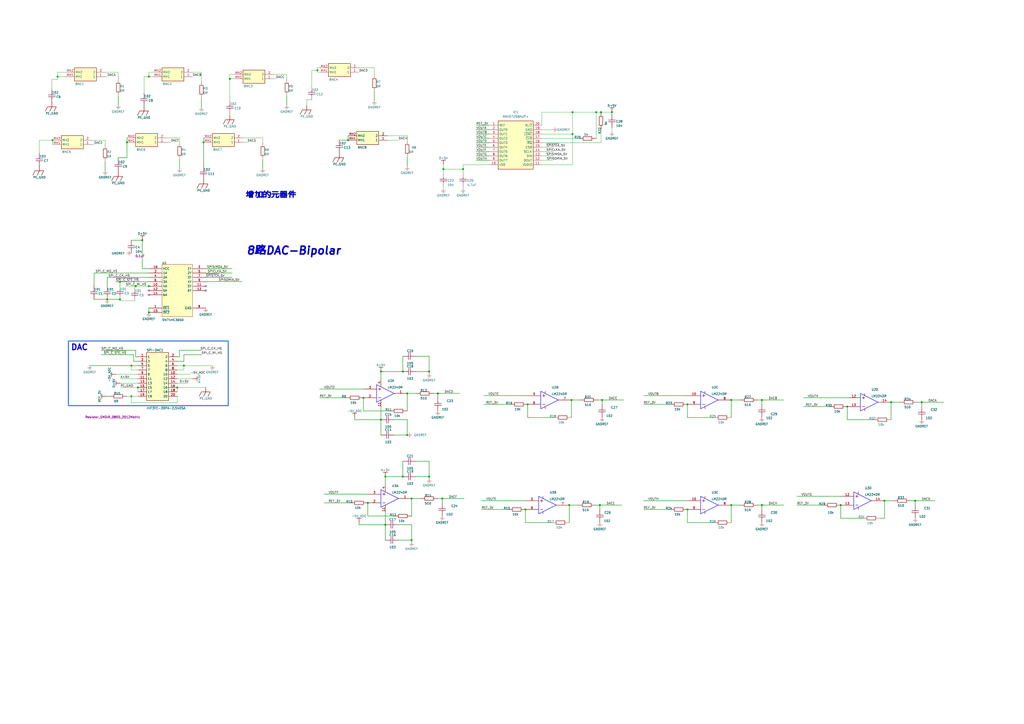
<source format=kicad_sch>
(kicad_sch (version 20230121) (generator eeschema)
  (paper "A2")
  (junction (at 491.49 235.839))
  (junction (at 62.1538 173.6344))
  (junction (at 223.52 304.419))
  (junction (at 78.7654 166.0144))
  (junction (at 248.92 215.519))
  (junction (at 30.48 81.28))
  (junction (at 530.86 290.449))
  (junction (at 213.36 291.719))
  (junction (at 348.6404 65.0748))
  (junction (at 257.2004 98.0948))
  (junction (at 73.66 82.55))
  (junction (at 268.6304 98.0948))
  (junction (at 398.78 234.569))
  (junction (at 398.78 295.529))
  (junction (at 349.25 232.029))
  (junction (at 76.2 229.87))
  (junction (at 236.22 252.349))
  (junction (at 69.596 173.6344))
  (junction (at 345.8464 65.0748))
  (junction (at 304.8 295.529))
  (junction (at 330.2 292.989))
  (junction (at 220.98 215.519))
  (junction (at 33.401 44.45))
  (junction (at 256.54 289.179))
  (junction (at 76.2 212.09))
  (junction (at 106.68 212.09))
  (junction (at 86.36 165.989))
  (junction (at 331.47 232.029))
  (junction (at 118.11 82.55))
  (junction (at 534.67 233.299))
  (junction (at 184.15 40.767))
  (junction (at 86.36 44.45))
  (junction (at 347.98 292.989))
  (junction (at 220.98 243.459))
  (junction (at 441.96 292.989))
  (junction (at 513.08 290.449))
  (junction (at 248.92 276.479))
  (junction (at 80.01 224.79))
  (junction (at 201.93 81.28))
  (junction (at 233.68 276.479))
  (junction (at 306.07 234.569))
  (junction (at 82.55 139.319))
  (junction (at 332.1304 65.0748))
  (junction (at 233.68 215.519))
  (junction (at 102.87 224.79))
  (junction (at 238.76 313.309))
  (junction (at 254 228.219))
  (junction (at 354.9904 65.0748))
  (junction (at 516.89 233.299))
  (junction (at 69.596 163.4744))
  (junction (at 238.76 289.179))
  (junction (at 210.82 230.759))
  (junction (at 133.35 45.72))
  (junction (at 487.68 292.989))
  (junction (at 223.52 276.479))
  (junction (at 86.36 181.229))
  (junction (at 236.22 228.219))
  (junction (at 441.96 232.029))
  (junction (at 424.18 292.989))
  (junction (at 332.1304 77.7748))
  (junction (at 424.18 232.029))
  (no_connect (at 86.36 168.529))
  (no_connect (at 119.38 165.989))
  (no_connect (at 119.38 168.529))
  (no_connect (at 86.36 171.069))
  (wire (pts (xy 223.52 296.799) (xy 223.52 304.419)) (stroke (width 0.254)))
  (wire (pts (xy 86.36 44.45) (xy 88.9 44.45)))
  (wire (pts (xy 314.3504 80.3148) (xy 335.6864 80.3148)))
  (wire (pts (xy 223.52 281.559) (xy 223.52 276.479)) (stroke (width 0.254)))
  (wire (pts (xy 236.22 78.74) (xy 236.22 81.28)))
  (wire (pts (xy 254 289.179) (xy 256.54 289.179)) (stroke (width 0.254)))
  (wire (pts (xy 349.25 234.569) (xy 349.25 232.029)) (stroke (width 0.254)))
  (wire (pts (xy 238.76 314.579) (xy 238.76 313.309)) (stroke (width 0.254)))
  (wire (pts (xy 213.36 299.339) (xy 213.36 291.719)) (stroke (width 0.254)))
  (wire (pts (xy 119.38 160.909) (xy 134.62 160.909)) (stroke (width 0.254)))
  (wire (pts (xy 86.36 165.989) (xy 86.3854 165.989)))
  (wire (pts (xy 373.38 290.449) (xy 398.78 290.449)) (stroke (width 0.254)))
  (wire (pts (xy 314.3504 75.2348) (xy 320.7004 75.2348)))
  (wire (pts (xy 321.31 242.189) (xy 306.07 242.189)) (stroke (width 0.254)))
  (wire (pts (xy 220.98 243.459) (xy 205.74 243.459)) (stroke (width 0.254)))
  (wire (pts (xy 86.36 41.91) (xy 86.36 44.45)))
  (wire (pts (xy 76.2 214.63) (xy 76.2 212.09)))
  (wire (pts (xy 276.2504 90.4748) (xy 283.8704 90.4748)) (stroke (width 0.254)))
  (wire (pts (xy 528.32 290.449) (xy 530.86 290.449)) (stroke (width 0.254)))
  (wire (pts (xy 513.08 300.609) (xy 513.08 290.449)) (stroke (width 0.254)))
  (wire (pts (xy 184.15 40.767) (xy 184.15 39.37)))
  (wire (pts (xy 233.68 276.479) (xy 233.68 267.589)) (stroke (width 0.254)))
  (wire (pts (xy 69.596 173.6344) (xy 62.1538 173.6344)) (stroke (width 0.254)))
  (wire (pts (xy 516.89 233.299) (xy 521.97 233.299)) (stroke (width 0.254)))
  (wire (pts (xy 348.6404 65.0748) (xy 354.9904 65.0748)))
  (wire (pts (xy 67.31 217.17) (xy 80.01 217.17)))
  (wire (pts (xy 83.566 61.595) (xy 83.566 61.849)))
  (wire (pts (xy 78.232 166.1414) (xy 78.232 166.878)))
  (wire (pts (xy 331.47 242.189) (xy 331.47 232.029)) (stroke (width 0.254)))
  (wire (pts (xy 118.11 80.01) (xy 118.11 82.55)) (stroke (width 0.254)))
  (wire (pts (xy 373.38 229.489) (xy 398.78 229.489)) (stroke (width 0.254)))
  (wire (pts (xy 506.73 243.459) (xy 491.49 243.459)) (stroke (width 0.254)))
  (wire (pts (xy 77.47 209.55) (xy 77.47 205.74)) (stroke (width 0.254)))
  (wire (pts (xy 217.17 39.37) (xy 217.17 43.18)))
  (wire (pts (xy 104.14 203.2) (xy 116.84 203.2)) (stroke (width 0.254)))
  (wire (pts (xy 102.87 233.68) (xy 102.87 229.87)))
  (wire (pts (xy 248.92 267.589) (xy 241.3 267.589)) (stroke (width 0.254)))
  (wire (pts (xy 96.52 80.01) (xy 104.14 80.01)))
  (wire (pts (xy 228.6 299.339) (xy 213.36 299.339)) (stroke (width 0.254)))
  (wire (pts (xy 314.3504 82.8548) (xy 348.6404 82.8548)))
  (wire (pts (xy 60.96 83.82) (xy 60.96 81.28)))
  (wire (pts (xy 78.2574 166.1414) (xy 78.232 166.1414)))
  (wire (pts (xy 236.22 91.44) (xy 236.22 96.52)) (stroke (width 0.254)))
  (wire (pts (xy 223.52 304.419) (xy 223.52 313.309)) (stroke (width 0.254)))
  (wire (pts (xy 120.3706 163.322) (xy 120.3706 163.449)) (stroke (width 0.254)))
  (wire (pts (xy 248.92 215.519) (xy 248.92 206.629)) (stroke (width 0.254)))
  (wire (pts (xy 257.2004 100.6348) (xy 257.2004 98.0948)))
  (wire (pts (xy 276.2504 77.7748) (xy 283.8704 77.7748)) (stroke (width 0.254)))
  (wire (pts (xy 516.89 243.459) (xy 516.89 233.299)) (stroke (width 0.254)))
  (wire (pts (xy 76.2 229.87) (xy 80.01 229.87)))
  (wire (pts (xy 466.09 230.759) (xy 491.49 230.759)) (stroke (width 0.254)))
  (wire (pts (xy 487.68 300.609) (xy 487.68 292.989)) (stroke (width 0.254)))
  (wire (pts (xy 200.66 230.759) (xy 185.42 230.759)) (stroke (width 0.254)))
  (wire (pts (xy 33.401 44.45) (xy 33.401 46.101)))
  (wire (pts (xy 102.87 214.63) (xy 106.68 214.63)))
  (wire (pts (xy 236.22 228.219) (xy 241.3 228.219)) (stroke (width 0.254)))
  (wire (pts (xy 30.48 81.28) (xy 30.48 83.82)))
  (wire (pts (xy 220.98 215.519) (xy 233.68 215.519)) (stroke (width 0.254)))
  (wire (pts (xy 217.17 53.34) (xy 217.17 58.42)) (stroke (width 0.254)))
  (wire (pts (xy 62.23 44.45) (xy 60.96 44.45)))
  (wire (pts (xy 54.61 158.369) (xy 54.61 158.75)) (stroke (width 0.254)))
  (wire (pts (xy 348.6404 82.8548) (xy 348.6404 75.2348)))
  (wire (pts (xy 491.49 243.459) (xy 491.49 235.839)) (stroke (width 0.254)))
  (wire (pts (xy 78.232 174.498) (xy 69.596 174.498)))
  (wire (pts (xy 166.37 55.88) (xy 166.37 60.96)) (stroke (width 0.254)))
  (wire (pts (xy 510.54 300.609) (xy 513.08 300.609)) (stroke (width 0.254)))
  (wire (pts (xy 268.6304 98.0948) (xy 268.6304 100.6348)))
  (wire (pts (xy 52.07 212.09) (xy 76.2 212.09)) (stroke (width 0.254)))
  (wire (pts (xy 80.01 207.01) (xy 78.74 207.01)) (stroke (width 0.254)))
  (wire (pts (xy 314.3504 65.0748) (xy 314.3504 72.6948)))
  (wire (pts (xy 295.91 234.569) (xy 280.67 234.569)) (stroke (width 0.254)))
  (wire (pts (xy 106.68 209.55) (xy 102.87 209.55)) (stroke (width 0.254)))
  (wire (pts (xy 184.15 40.767) (xy 184.15 41.91)))
  (wire (pts (xy 102.87 222.25) (xy 109.22 222.25)))
  (wire (pts (xy 276.2504 75.2348) (xy 283.8704 75.2348)) (stroke (width 0.254)))
  (wire (pts (xy 254 230.759) (xy 254 228.219)) (stroke (width 0.254)))
  (wire (pts (xy 118.11 82.55) (xy 118.11 96.52)) (stroke (width 0.254)))
  (wire (pts (xy 69.596 163.4744) (xy 69.596 165.862)) (stroke (width 0.254)))
  (wire (pts (xy 180.848 40.767) (xy 184.15 40.767)))
  (wire (pts (xy 388.62 295.529) (xy 373.38 295.529)) (stroke (width 0.254)))
  (wire (pts (xy 208.28 39.37) (xy 217.17 39.37)))
  (wire (pts (xy 439.42 292.989) (xy 441.96 292.989)) (stroke (width 0.254)))
  (wire (pts (xy 462.28 287.909) (xy 487.68 287.909)) (stroke (width 0.254)))
  (wire (pts (xy 276.2504 82.8548) (xy 283.8704 82.8548)) (stroke (width 0.254)))
  (wire (pts (xy 82.55 139.319) (xy 76.2 139.319)) (stroke (width 0.254)))
  (wire (pts (xy 69.596 173.6344) (xy 69.596 174.498)))
  (wire (pts (xy 143.51 82.55) (xy 140.97 82.55)))
  (wire (pts (xy 414.02 303.149) (xy 398.78 303.149)) (stroke (width 0.254)))
  (wire (pts (xy 180.848 40.767) (xy 180.848 50.292)))
  (wire (pts (xy 102.87 212.09) (xy 106.68 212.09)))
  (wire (pts (xy 534.67 235.839) (xy 534.67 233.299)) (stroke (width 0.254)))
  (wire (pts (xy 257.2004 95.5548) (xy 257.2004 98.0948)))
  (wire (pts (xy 530.86 292.989) (xy 530.86 290.449)) (stroke (width 0.254)))
  (wire (pts (xy 331.47 232.029) (xy 336.55 232.029)) (stroke (width 0.254)))
  (wire (pts (xy 116.84 41.91) (xy 116.84 46.99)))
  (wire (pts (xy 231.14 313.309) (xy 238.76 313.309)) (stroke (width 0.254)))
  (wire (pts (xy 424.18 292.989) (xy 429.26 292.989)) (stroke (width 0.254)))
  (wire (pts (xy 241.3 276.479) (xy 248.92 276.479)) (stroke (width 0.254)))
  (wire (pts (xy 68.58 41.91) (xy 68.58 45.72)))
  (wire (pts (xy 248.92 276.479) (xy 248.92 267.589)) (stroke (width 0.254)))
  (wire (pts (xy 104.14 92.71) (xy 104.14 97.79)) (stroke (width 0.254)))
  (wire (pts (xy 104.14 203.2) (xy 104.14 207.01)) (stroke (width 0.254)))
  (wire (pts (xy 33.401 44.45) (xy 38.1 44.45)))
  (wire (pts (xy 68.58 55.88) (xy 68.58 60.96)) (stroke (width 0.254)))
  (wire (pts (xy 534.67 233.299) (xy 547.37 233.299)) (stroke (width 0.254)))
  (wire (pts (xy 276.2504 72.6948) (xy 283.8704 72.6948)) (stroke (width 0.254)))
  (wire (pts (xy 72.9488 165.9636) (xy 72.9488 166.0144)))
  (wire (pts (xy 314.3504 85.3948) (xy 320.7004 85.3948)))
  (wire (pts (xy 283.8704 95.5548) (xy 268.6304 95.5548)))
  (wire (pts (xy 236.22 238.379) (xy 236.22 228.219)) (stroke (width 0.254)))
  (wire (pts (xy 201.93 78.74) (xy 201.93 81.28)) (stroke (width 0.254)))
  (wire (pts (xy 106.68 205.74) (xy 116.84 205.74)) (stroke (width 0.254)))
  (wire (pts (xy 203.2 291.719) (xy 187.96 291.719)) (stroke (width 0.254)))
  (wire (pts (xy 256.54 289.179) (xy 269.24 289.179)) (stroke (width 0.254)))
  (wire (pts (xy 233.68 215.519) (xy 233.68 206.629)) (stroke (width 0.254)))
  (wire (pts (xy 22.86 88.9) (xy 22.86 81.28)))
  (wire (pts (xy 102.87 219.71) (xy 111.76 219.71)))
  (wire (pts (xy 238.76 299.339) (xy 238.76 289.179)) (stroke (width 0.254)))
  (wire (pts (xy 248.92 206.629) (xy 241.3 206.629)) (stroke (width 0.254)))
  (wire (pts (xy 205.74 243.459) (xy 205.74 242.189)) (stroke (width 0.254)))
  (wire (pts (xy 78.7654 166.0144) (xy 86.36 165.989)))
  (wire (pts (xy 69.85 222.25) (xy 80.01 222.25)))
  (wire (pts (xy 73.66 82.55) (xy 73.66 91.44)) (stroke (width 0.254)))
  (wire (pts (xy 332.1304 95.5548) (xy 332.1304 77.7748)))
  (wire (pts (xy 530.86 290.449) (xy 542.29 290.449)) (stroke (width 0.254)))
  (wire (pts (xy 223.52 304.419) (xy 208.28 304.419)) (stroke (width 0.254)))
  (wire (pts (xy 104.14 82.55) (xy 104.14 80.01)))
  (wire (pts (xy 314.3504 77.7748) (xy 332.1304 77.7748)))
  (wire (pts (xy 441.96 292.989) (xy 454.66 292.989)) (stroke (width 0.254)))
  (wire (pts (xy 276.2504 80.3148) (xy 283.8704 80.3148)) (stroke (width 0.254)))
  (wire (pts (xy 441.96 295.529) (xy 441.96 292.989)) (stroke (width 0.254)))
  (wire (pts (xy 210.82 238.379) (xy 210.82 230.759)) (stroke (width 0.254)))
  (wire (pts (xy 177.927 57.912) (xy 180.848 57.912)))
  (wire (pts (xy 104.14 207.01) (xy 102.87 207.01)) (stroke (width 0.254)))
  (wire (pts (xy 248.92 277.749) (xy 248.92 276.479)) (stroke (width 0.254)))
  (wire (pts (xy 133.35 43.18) (xy 133.35 45.72)))
  (wire (pts (xy 140.97 80.01) (xy 152.4 80.01)))
  (wire (pts (xy 254 228.219) (xy 266.7 228.219)) (stroke (width 0.254)))
  (wire (pts (xy 54.61 83.82) (xy 53.34 83.82)))
  (wire (pts (xy 220.98 235.839) (xy 220.98 243.459)) (stroke (width 0.254)))
  (wire (pts (xy 60.96 93.98) (xy 60.96 99.06)) (stroke (width 0.254)))
  (wire (pts (xy 22.86 81.28) (xy 30.48 81.28)))
  (wire (pts (xy 184.15 41.91) (xy 185.42 41.91)))
  (wire (pts (xy 398.78 242.189) (xy 414.02 242.189)) (stroke (width 0.254)))
  (wire (pts (xy 152.4 80.01) (xy 152.4 82.55)))
  (wire (pts (xy 248.92 216.789) (xy 248.92 215.519)) (stroke (width 0.254)))
  (wire (pts (xy 388.62 234.569) (xy 373.38 234.569)) (stroke (width 0.254)))
  (wire (pts (xy 424.18 232.029) (xy 429.26 232.029)) (stroke (width 0.254)))
  (wire (pts (xy 69.596 173.482) (xy 69.596 173.6344)) (stroke (width 0.254)))
  (wire (pts (xy 241.3 215.519) (xy 248.92 215.519)) (stroke (width 0.254)))
  (wire (pts (xy 80.01 214.63) (xy 76.2 214.63)))
  (wire (pts (xy 220.98 220.599) (xy 220.98 215.519)) (stroke (width 0.254)))
  (wire (pts (xy 347.98 295.529) (xy 347.98 292.989)) (stroke (width 0.254)))
  (wire (pts (xy 86.36 155.829) (xy 82.55 155.829)) (stroke (width 0.254)))
  (wire (pts (xy 133.35 66.04) (xy 133.35 66.929)))
  (wire (pts (xy 347.98 292.989) (xy 360.68 292.989)) (stroke (width 0.254)))
  (wire (pts (xy 77.7494 163.449) (xy 86.36 163.449)) (stroke (width 0.254)))
  (wire (pts (xy 481.33 235.839) (xy 466.09 235.839)) (stroke (width 0.254)))
  (wire (pts (xy 238.76 289.179) (xy 243.84 289.179)) (stroke (width 0.254)))
  (wire (pts (xy 424.18 303.149) (xy 424.18 292.989)) (stroke (width 0.254)))
  (wire (pts (xy 86.36 178.689) (xy 86.36 181.229)) (stroke (width 0.254)))
  (wire (pts (xy 231.14 81.28) (xy 224.79 81.28)))
  (wire (pts (xy 76.2 229.87) (xy 76.2 233.68)))
  (wire (pts (xy 314.3504 90.4748) (xy 320.7004 90.4748)))
  (wire (pts (xy 354.9904 73.9648) (xy 354.9904 76.5048)))
  (wire (pts (xy 69.85 224.79) (xy 80.01 224.79)))
  (wire (pts (xy 60.96 81.28) (xy 53.34 81.28)))
  (wire (pts (xy 106.68 214.63) (xy 106.68 212.09)))
  (wire (pts (xy 201.93 81.28) (xy 196.85 81.28)) (stroke (width 0.254)))
  (wire (pts (xy 532.13 233.299) (xy 534.67 233.299)) (stroke (width 0.254)))
  (wire (pts (xy 185.42 225.679) (xy 210.82 225.679)) (stroke (width 0.254)))
  (wire (pts (xy 424.18 242.189) (xy 424.18 232.029)) (stroke (width 0.254)))
  (wire (pts (xy 160.02 45.72) (xy 158.75 45.72)))
  (wire (pts (xy 33.401 41.91) (xy 38.1 41.91)))
  (wire (pts (xy 228.6 252.349) (xy 236.22 252.349)) (stroke (width 0.254)))
  (wire (pts (xy 314.3504 93.0148) (xy 320.7004 93.0148)))
  (wire (pts (xy 398.78 234.569) (xy 398.78 242.189)) (stroke (width 0.254)))
  (wire (pts (xy 54.61 158.75) (xy 54.5338 166.0144)) (stroke (width 0.254)))
  (wire (pts (xy 83.566 44.45) (xy 83.566 53.975)))
  (wire (pts (xy 83.566 44.45) (xy 86.36 44.45)))
  (wire (pts (xy 78.2574 165.989) (xy 78.7654 166.0144)))
  (wire (pts (xy 116.84 57.15) (xy 116.84 62.23)) (stroke (width 0.254)))
  (wire (pts (xy 88.9 41.91) (xy 86.36 41.91)))
  (wire (pts (xy 166.37 43.18) (xy 166.37 45.72)))
  (wire (pts (xy 346.71 232.029) (xy 349.25 232.029)) (stroke (width 0.254)))
  (wire (pts (xy 441.96 232.029) (xy 454.66 232.029)) (stroke (width 0.254)))
  (wire (pts (xy 158.75 43.18) (xy 166.37 43.18)))
  (wire (pts (xy 349.25 232.029) (xy 361.95 232.029)) (stroke (width 0.254)))
  (wire (pts (xy 69.85 219.71) (xy 80.01 219.71)))
  (wire (pts (xy 99.06 82.55) (xy 96.52 82.55)))
  (wire (pts (xy 224.79 78.74) (xy 236.22 78.74)))
  (wire (pts (xy 140.2588 163.4744) (xy 140.2588 163.322)) (stroke (width 0.254)))
  (wire (pts (xy 68.58 91.44) (xy 68.58 92.202)) (stroke (width 0.254)))
  (wire (pts (xy 238.76 304.419) (xy 231.14 304.419)) (stroke (width 0.254)))
  (wire (pts (xy 208.28 304.419) (xy 208.28 303.149)) (stroke (width 0.254)))
  (wire (pts (xy 268.6304 98.0948) (xy 257.2004 98.0948)))
  (wire (pts (xy 236.22 252.349) (xy 236.22 243.459)) (stroke (width 0.254)))
  (wire (pts (xy 314.3504 65.0748) (xy 332.1304 65.0748)))
  (wire (pts (xy 251.46 228.219) (xy 254 228.219)) (stroke (width 0.254)))
  (wire (pts (xy 62.23 161.29) (xy 62.1538 166.0144)) (stroke (width 0.254)))
  (wire (pts (xy 304.8 303.149) (xy 304.8 295.529)) (stroke (width 0.254)))
  (wire (pts (xy 513.08 290.449) (xy 518.16 290.449)) (stroke (width 0.254)))
  (wire (pts (xy 69.596 163.4744) (xy 77.7494 163.4744)) (stroke (width 0.254)))
  (wire (pts (xy 500.38 300.609) (xy 487.68 300.609)) (stroke (width 0.254)))
  (wire (pts (xy 119.38 155.829) (xy 134.62 155.829)) (stroke (width 0.254)))
  (wire (pts (xy 120.3706 163.322) (xy 140.2588 163.322)) (stroke (width 0.254)))
  (wire (pts (xy 184.15 39.37) (xy 185.42 39.37)))
  (wire (pts (xy 60.96 41.91) (xy 68.58 41.91)))
  (wire (pts (xy 73.66 80.01) (xy 73.66 82.55)) (stroke (width 0.254)))
  (wire (pts (xy 77.47 209.55) (xy 80.01 209.55)) (stroke (width 0.254)))
  (wire (pts (xy 69.596 163.4744) (xy 67.2338 163.4744)) (stroke (width 0.254)))
  (wire (pts (xy 33.401 44.45) (xy 33.401 41.91)))
  (wire (pts (xy 72.9488 166.0144) (xy 78.7654 166.0144)))
  (wire (pts (xy 152.4 92.71) (xy 152.4 97.79)) (stroke (width 0.254)))
  (wire (pts (xy 33.401 46.101) (xy 30.099 46.101)))
  (wire (pts (xy 111.76 41.91) (xy 116.84 41.91)))
  (wire (pts (xy 314.3504 87.9348) (xy 320.7004 87.9348)))
  (wire (pts (xy 477.52 292.989) (xy 462.28 292.989)) (stroke (width 0.254)))
  (wire (pts (xy 135.89 43.18) (xy 133.35 43.18)))
  (wire (pts (xy 78.2574 166.1414) (xy 78.2574 165.989)))
  (wire (pts (xy 330.2 292.989) (xy 335.28 292.989)) (stroke (width 0.254)))
  (wire (pts (xy 256.54 291.719) (xy 256.54 289.179)) (stroke (width 0.254)))
  (wire (pts (xy 62.23 160.909) (xy 86.36 160.909)) (stroke (width 0.254)))
  (wire (pts (xy 77.47 205.74) (xy 58.7502 205.74)) (stroke (width 0.254)))
  (wire (pts (xy 330.2 303.149) (xy 330.2 292.989)) (stroke (width 0.254)))
  (wire (pts (xy 294.64 295.529) (xy 279.4 295.529)) (stroke (width 0.254)))
  (wire (pts (xy 102.87 224.79) (xy 119.38 224.79)))
  (wire (pts (xy 82.55 155.829) (xy 82.55 139.319)) (stroke (width 0.254)))
  (wire (pts (xy 220.98 243.459) (xy 220.98 252.349)) (stroke (width 0.254)))
  (wire (pts (xy 276.2504 87.9348) (xy 283.8704 87.9348)) (stroke (width 0.254)))
  (wire (pts (xy 276.2504 85.3948) (xy 283.8704 85.3948)) (stroke (width 0.254)))
  (wire (pts (xy 257.2004 109.5248) (xy 257.2004 108.2548)))
  (wire (pts (xy 314.3504 95.5548) (xy 332.1304 95.5548)))
  (wire (pts (xy 441.96 234.569) (xy 441.96 232.029)) (stroke (width 0.254)))
  (wire (pts (xy 279.4 290.449) (xy 304.8 290.449)) (stroke (width 0.254)))
  (wire (pts (xy 30.099 46.101) (xy 30.099 51.816)))
  (wire (pts (xy 332.1304 65.0748) (xy 332.1304 77.7748)))
  (wire (pts (xy 62.23 160.909) (xy 62.23 161.29)) (stroke (width 0.254)))
  (wire (pts (xy 119.38 158.369) (xy 134.62 158.369)) (stroke (width 0.254)))
  (wire (pts (xy 73.66 229.87) (xy 76.2 229.87)))
  (wire (pts (xy 345.8464 65.0748) (xy 345.8464 80.3148)))
  (wire (pts (xy 78.74 203.2) (xy 58.7502 203.2)) (stroke (width 0.254)))
  (wire (pts (xy 106.68 205.74) (xy 106.68 209.55)) (stroke (width 0.254)))
  (wire (pts (xy 280.67 229.489) (xy 306.07 229.489)) (stroke (width 0.254)))
  (wire (pts (xy 80.01 224.79) (xy 80.01 227.33)))
  (wire (pts (xy 345.44 292.989) (xy 347.98 292.989)) (stroke (width 0.254)))
  (wire (pts (xy 439.42 232.029) (xy 441.96 232.029)) (stroke (width 0.254)))
  (wire (pts (xy 354.9904 66.3448) (xy 354.9904 65.0748)))
  (wire (pts (xy 54.5338 173.6344) (xy 62.1538 173.6344)) (stroke (width 0.254)))
  (wire (pts (xy 320.04 303.149) (xy 304.8 303.149)) (stroke (width 0.254)))
  (wire (pts (xy 76.2 212.09) (xy 80.01 212.09)) (stroke (width 0.254)))
  (wire (pts (xy 177.927 61.214) (xy 177.927 57.912)))
  (wire (pts (xy 345.8464 65.0748) (xy 348.6404 65.0748)))
  (wire (pts (xy 78.74 207.01) (xy 78.74 203.2)) (stroke (width 0.254)))
  (wire (pts (xy 236.22 243.459) (xy 228.6 243.459)) (stroke (width 0.254)))
  (wire (pts (xy 187.96 286.639) (xy 213.36 286.639)) (stroke (width 0.254)))
  (wire (pts (xy 77.7494 163.4744) (xy 77.7494 163.449)) (stroke (width 0.254)))
  (wire (pts (xy 54.61 158.369) (xy 86.36 158.369)) (stroke (width 0.254)))
  (wire (pts (xy 63.5 229.87) (xy 61.595 229.87)) (stroke (width 0.254)))
  (wire (pts (xy 398.78 303.149) (xy 398.78 295.529)) (stroke (width 0.254)))
  (wire (pts (xy 268.6304 95.5548) (xy 268.6304 98.0948)))
  (wire (pts (xy 268.6304 109.5248) (xy 268.6304 108.2548)))
  (wire (pts (xy 306.07 242.189) (xy 306.07 234.569)) (stroke (width 0.254)))
  (wire (pts (xy 226.06 238.379) (xy 210.82 238.379)) (stroke (width 0.254)))
  (wire (pts (xy 133.35 45.72) (xy 133.35 58.42)))
  (wire (pts (xy 102.87 224.79) (xy 102.87 227.33)))
  (wire (pts (xy 238.76 313.309) (xy 238.76 304.419)) (stroke (width 0.254)))
  (wire (pts (xy 102.87 217.17) (xy 110.49 217.17)))
  (wire (pts (xy 223.52 276.479) (xy 233.68 276.479)) (stroke (width 0.254)))
  (wire (pts (xy 135.89 45.72) (xy 133.35 45.72)))
  (wire (pts (xy 69.596 173.482) (xy 69.596 173.6344)))
  (wire (pts (xy 106.68 212.09) (xy 123.19 212.09)))
  (wire (pts (xy 73.66 91.44) (xy 68.58 91.44)) (stroke (width 0.254)))
  (wire (pts (xy 332.1304 65.0748) (xy 345.8464 65.0748)))
  (wire (pts (xy 276.2504 93.0148) (xy 283.8704 93.0148)) (stroke (width 0.254)))
  (wire (pts (xy 120.3706 163.449) (xy 119.38 163.449)) (stroke (width 0.254)))
  (wire (pts (xy 76.2 233.68) (xy 102.87 233.68)))
  (rectangle (start 39.7002 197.8152) (end 132.4102 235.2802) (stroke (width 0.7) (color 74 134 232 1)))
  (text "增加的元器件" (at 142.24 115.189 0) (effects (font (size 3.302 3.302) bold) (justify left bottom)))
  (text "DAC" (at 40.9702 203.5302 0) (effects (font (size 3.302 3.302) bold) (justify left bottom)))
  (text "8路DAC-Bipolar" (at 198.12 148.209 0) (effects (font (size 4.572 4.572) bold italic) (justify right bottom)))
  (label "SPISOMIA_5V" (at 317.1698 93.0148 180))
  (label "REF_3V" (at 467.36 235.839 180))
  (label "DACE" (at 351.79 292.989 180))
  (label "DACD" (at 257.81 228.219 180))
  (label "VOUTH" (at 375.92 290.449 180))
  (label "SPI_C_MO_HS" (at 55.372 158.369 180))
  (label "SPISOMIA_5V" (at 126.746 163.322 180))
  (label "SPI_C_CK_HS" (at 116.205 203.2 180))
  (label "SPICLKA_5V" (at 316.8904 87.9348 180))
  (label "DACG" (at 143.51 82.55 180))
  (label "DACA" (at 538.48 233.299 180))
  (label "VOUTH" (at 276.2504 93.0148 180))
  (label "DACF" (at 99.06 82.55 180))
  (label "SPICLKA_5V" (at 120.396 158.369 180))
  (label "DACC" (at 160.02 45.72 180))
  (label "VOUTF" (at 190.5 286.639 180))
  (label "DACA" (at 62.23 44.45 0))
  (label "VOUTD" (at 187.96 225.679 180))
  (label "DACD" (at 208.28 41.91 180))
  (label "VOUTC" (at 276.2504 80.3148 180))
  (label "REF_3V" (at 279.4 295.529 180))
  (label "VOUTB" (at 375.92 229.489 180))
  (label "~{SPI_C_STE_HS}" (at 60.071 205.74 180))
  (label "VOUTG" (at 276.2504 90.4748 180))
  (label "VOUTE" (at 276.2504 85.3948 180))
  (label "VOUTG" (at 464.82 287.909 180))
  (label "DACF" (at 260.35 289.179 180))
  (label "SPI_C_MO_HS" (at 58.7502 203.2 180))
  (label "SPI_C_CK_HS" (at 62.865 160.909 180))
  (label "REF_3V" (at 276.2504 72.6948 180))
  (label "SPISIMOA_5V" (at 120.015 155.829 180))
  (label "DACB" (at 445.77 232.029 180))
  (label "SPI_C_MI_HS" (at 116.84 205.74 180))
  (label "DACH" (at 445.77 292.989 180))
  (label "PE_GND" (at 69.85 224.79 180))
  (label "REF_3V" (at 281.94 234.569 180))
  (label "REF_3V" (at 373.38 295.529 180))
  (label "SPISIMOA_5V" (at 316.8904 90.4748 180))
  (label "DACC" (at 353.06 232.029 180))
  (label "D+5V" (at 104.14 222.25 180))
  (label "VOUTA" (at 468.63 230.759 180))
  (label "REF_3V" (at 462.28 292.989 180))
  (label "REF_3V" (at 373.38 234.569 180))
  (label "-5V_ADC" (at 110.49 217.17 180))
  (label "SPI_C_MI_HS" (at 72.9488 165.9636 180))
  (label "DACH" (at 231.14 81.28 180))
  (label "VOUTA" (at 276.2504 75.2348 180))
  (label "DACG" (at 534.67 290.449 180))
  (label "VOUTD" (at 276.2504 82.8548 180))
  (label "~{SPISTEA}_5V" (at 119.38 160.909 180))
  (label "DACB" (at 111.76 44.45 180))
  (label "~{SPI_C_STE_HS}" (at 67.2338 163.4744 180))
  (label "A+5V" (at 69.85 219.71 180))
  (label "VOUTC" (at 283.21 229.489 180))
  (label "DACE" (at 54.61 83.82 180))
  (label "VOUTF" (at 276.2504 87.9348 180))
  (label "REF_3V" (at 185.42 230.759 180))
  (label "VOUTE" (at 281.94 290.449 180))
  (label "~{SPISTEA}_5V" (at 316.8904 85.3948 180))
  (label "VOUTB" (at 276.2504 77.7748 180))
  (label "REF_3V" (at 190.5 291.719 180))
  (symbol (lib_id "pcb5-altium-import:PE_GND") (at 133.35 66.929 0) (unit 1)
    (property "Reference" "#PWR022" (effects hide))
    (property "Value" "PE_GND" (at 133.35 73.279 0))
  )
  (symbol (lib_id "pcb5-altium-import:root_3_Cap Semi") (at 80.772 169.418 0) (unit 1)
    (property "Reference" "C5" (at 80.772 171.958 0) (effects (justify left bottom)))
    (property "Value" "101" (at 78.232 169.418 0) (effects (justify left bottom)))
    (property "Footprint" "Capacitor_SMD:C_0603_1608Metric" (effects hide))
    (property "PUBLISHED" "8-Jun-2000" (effects hide))
    (property "LATESTREVISIONDATE" "17-Jul-2002" (effects hide))
    (property "LATESTREVISIONNOTE" "Re-released for DXP Platform." (effects hide))
    (property "PACKAGEREFERENCE" "C1206" (effects hide))
    (property "PUBLISHER" "Altium Limited" (effects hide))
  )
  (symbol (lib_id "SamacSys_Parts:CP-BNCPC-010") (at 118.11 80.01 0) (unit 1)
    (property "Reference" "BNC7" (at 123.571 87.503 0) (effects (justify left bottom)))
    (property "Value" "BNC" (effects hide))
    (property "Footprint" "CPBNCPC010" (effects hide))
    (property "Datasheet" "https://www.datasheets360.com/pdf/-7916707900000409672?query=CP-BNCPC-010&pqid=103559711" (effects hide))
    (property "LATESTREVISIONDATE" "17-Jul-2002" (effects hide))
    (property "LATESTREVISIONNOTE" "Re-released for DXP Platform." (effects hide))
    (property "PUBLISHER" "Altium Limited" (effects hide))
    (property "Height" "15.8" (effects hide))
    (property "Manufacturer_Name" "Cinch Connectivity Solutions" (effects hide))
    (property "Manufacturer_Part_Number" "CP-BNCPC-010" (effects hide))
    (property "Mouser Part Number" "530-CPBNCPC-010" (effects hide))
    (property "Mouser Price/Stock" "https://www.mouser.co.uk/ProductDetail/AIM-Cambridge-Cinch-Connectivity-Solutions/CP-BNCPC-010?qs=atelM%2FHH1EDYnt71VcRMKg%3D%3D" (effects hide))
  )
  (symbol (lib_id "power:GNDREF") (at 123.19 212.09 0) (unit 1)
    (property "Reference" "#PWR016" (effects hide))
    (property "Value" "AGND" (at 123.19 215.9 0))
  )
  (symbol (lib_id "pcb5-altium-import:root_0_Res2") (at 346.1004 72.6948 90) (unit 1)
    (property "Reference" "R22" (at 348.6404 77.7748 0) (effects (justify left bottom)))
    (property "Value" "5k" (at 352.1964 72.6948 0) (effects (justify left bottom)))
    (property "Footprint" "Resistor_SMD:R_0603_1608Metric" (effects hide))
    (property "PUBLISHED" "8-Jun-2000" (effects hide))
    (property "LATESTREVISIONDATE" "17-Jul-2002" (effects hide))
    (property "LATESTREVISIONNOTE" "Re-released for DXP Platform." (effects hide))
    (property "PACKAGEREFERENCE" "AXIAL-0.4" (effects hide))
    (property "PUBLISHER" "Altium Limited" (effects hide))
    (property "ALTIUM_VALUE" "10K" (effects hide))
  )
  (symbol (lib_id "pcb5-altium-import:root_0_Res2") (at 431.8 229.489 0) (unit 1)
    (property "Reference" "R27" (at 431.8 231.013 0) (effects (justify left bottom)))
    (property "Value" "510" (at 431.8 235.585 0) (effects (justify left bottom)))
    (property "Footprint" "Resistor_SMD:R_0603_1608Metric" (effects hide))
    (property "PUBLISHED" "8-Jun-2000" (effects hide))
    (property "LATESTREVISIONDATE" "17-Jul-2002" (effects hide))
    (property "LATESTREVISIONNOTE" "Re-released for DXP Platform." (effects hide))
    (property "PACKAGEREFERENCE" "AXIAL-0.4" (effects hide))
    (property "PUBLISHER" "Altium Limited" (effects hide))
    (property "PACKAGEDESCRIPTION" "Axial Device, Thru-Hole; 2 Leads; 0.4 in Pin Spacing" (effects hide))
    (property "ALTIUM_VALUE" "3.3K" (effects hide))
  )
  (symbol (lib_id "power:GNDREF") (at 248.92 277.749 0) (unit 1)
    (property "Reference" "#PWR035" (effects hide))
    (property "Value" "AGND" (at 248.92 281.559 0))
  )
  (symbol (lib_id "pcb5-altium-import:root_3_Cap Semi") (at 120.65 99.06 0) (unit 1)
    (property "Reference" "C11" (at 120.65 101.6 0) (effects (justify left bottom)))
    (property "Value" "102" (at 118.11 99.06 0) (effects (justify left bottom)))
    (property "Footprint" "Capacitor_SMD:C_0603_1608Metric" (effects hide))
    (property "PUBLISHED" "8-Jun-2000" (effects hide))
    (property "LATESTREVISIONDATE" "17-Jul-2002" (effects hide))
    (property "LATESTREVISIONNOTE" "Re-released for DXP Platform." (effects hide))
    (property "PACKAGEREFERENCE" "C1206" (effects hide))
    (property "PUBLISHER" "Altium Limited" (effects hide))
  )
  (symbol (lib_id "pcb5-altium-import:root_1_Res2") (at 114.3 54.61 0) (unit 1)
    (property "Reference" "R3" (at 117.856 52.07 0) (effects (justify left bottom)))
    (property "Value" "0R" (at 117.856 54.61 0) (effects (justify left bottom)))
    (property "Footprint" "Resistor_SMD:R_0603_1608Metric" (effects hide))
    (property "PUBLISHED" "8-Jun-2000" (effects hide))
    (property "LATESTREVISIONDATE" "17-Jul-2002" (effects hide))
    (property "LATESTREVISIONNOTE" "Re-released for DXP Platform." (effects hide))
    (property "PACKAGEREFERENCE" "AXIAL-0.4" (effects hide))
    (property "PUBLISHER" "Altium Limited" (effects hide))
    (property "ALTIUM_VALUE" "10K" (effects hide))
  )
  (symbol (lib_id "pcb5-altium-import:root_1_Cap") (at 266.0904 105.7148 0) (unit 1)
    (property "Reference" "C25" (at 270.9164 105.4608 0) (effects (justify left bottom)))
    (property "Value" "4.7uF" (at 270.9164 108.0008 0) (effects (justify left bottom)))
    (property "Footprint" "Capacitor_SMD:C_0603_1608Metric" (effects hide))
    (property "PUBLISHED" "8-Jun-2000" (effects hide))
    (property "LATESTREVISIONDATE" "17-Jul-2002" (effects hide))
    (property "LATESTREVISIONNOTE" "Re-released for DXP Platform." (effects hide))
    (property "PACKAGEREFERENCE" "RAD-0.3" (effects hide))
    (property "PUBLISHER" "Altium Limited" (effects hide))
    (property "ALTIUM_VALUE" "101" (effects hide))
  )
  (symbol (lib_id "power:GNDREF") (at 60.96 99.06 0) (unit 1)
    (property "Reference" "#PWR06" (effects hide))
    (property "Value" "AGND" (at 60.96 102.87 0))
  )
  (symbol (lib_id "power:GNDREF") (at 236.22 252.349 90) (unit 1)
    (property "Reference" "#PWR032" (effects hide))
    (property "Value" "AGND" (at 240.03 252.349 90) (effects (justify right)))
  )
  (symbol (lib_id "pcb5-altium-import:PE_GND") (at 83.566 61.849 0) (unit 1)
    (property "Reference" "#PWR017" (effects hide))
    (property "Value" "PE_GND" (at 83.566 68.199 0))
  )
  (symbol (lib_id "pcb5-altium-import:root_3_Cap") (at 351.79 237.109 0) (unit 1)
    (property "Reference" "C27" (at 354.33 237.109 0) (effects (justify left bottom)))
    (property "Value" "102" (at 351.536 241.935 0) (effects (justify left bottom)))
    (property "Footprint" "Capacitor_SMD:C_0603_1608Metric" (effects hide))
    (property "PUBLISHED" "8-Jun-2000" (effects hide))
    (property "LATESTREVISIONDATE" "17-Jul-2002" (effects hide))
    (property "LATESTREVISIONNOTE" "Re-released for DXP Platform." (effects hide))
    (property "PACKAGEREFERENCE" "RAD-0.3" (effects hide))
    (property "PUBLISHER" "Altium Limited" (effects hide))
  )
  (symbol (lib_id "SamacSys_Parts:MAX5725BAUP+") (at 283.8704 72.6948 0) (unit 1)
    (property "Reference" "IC1" (at 299.1104 65.0748 0))
    (property "Value" "MAX5725BAUP+" (at 299.1104 67.6148 0))
    (property "Footprint" "SamacSys_Parts:SOP65P640X110-20N" (effects hide))
    (property "Datasheet" "https://datasheets.maximintegrated.com/en/ds/MAX5723-MAX5725.pdf" (effects hide))
    (property "Height" "1.1" (effects hide))
    (property "Manufacturer_Name" "Analog Devices" (effects hide))
    (property "Manufacturer_Part_Number" "MAX5725BAUP+" (effects hide))
    (property "Mouser Part Number" "700-MAX5725BAUP+" (effects hide))
    (property "Mouser Price/Stock" "https://www.mouser.co.uk/ProductDetail/Maxim-Integrated/MAX5725BAUP%2b?qs=0JU57JYmZjtBqXkYujZL9A%3D%3D" (effects hide))
  )
  (symbol (lib_id "sheet1-altium-import:REF_3V") (at 61.595 229.87 270) (unit 1)
    (property "Reference" "#PWR01" (effects hide))
    (property "Value" "REF_3V" (at 57.785 229.87 0))
  )
  (symbol (lib_id "pcb5-altium-import:root_3_Cap Semi") (at 32.639 54.356 0) (unit 1)
    (property "Reference" "C6" (at 32.639 56.896 0) (effects (justify left bottom)))
    (property "Value" "102" (at 30.099 54.356 0) (effects (justify left bottom)))
    (property "Footprint" "Capacitor_SMD:C_0603_1608Metric" (effects hide))
    (property "PUBLISHED" "8-Jun-2000" (effects hide))
    (property "LATESTREVISIONDATE" "17-Jul-2002" (effects hide))
    (property "LATESTREVISIONNOTE" "Re-released for DXP Platform." (effects hide))
    (property "PACKAGEREFERENCE" "C1206" (effects hide))
    (property "PUBLISHER" "Altium Limited" (effects hide))
  )
  (symbol (lib_id "pcb5-altium-import:root_0_LM124") (at 220.98 284.099 0) (unit 1)
    (property "Reference" "U3" (at 227.33 282.575 0) (effects (justify left bottom)))
    (property "Value" "LM224DR" (at 227.33 286.385 0) (effects (justify left bottom)))
    (property "Footprint" "SamacSys_Parts:SOIC127P600X175-14N" (effects hide))
  )
  (symbol (lib_id "pcb5-altium-import:root_0_Res2") (at 483.87 233.299 0) (unit 1)
    (property "Reference" "R30" (at 478.79 235.839 0) (effects (justify left bottom)))
    (property "Value" "10k" (at 483.87 239.395 0) (effects (justify left bottom)))
    (property "Footprint" "Resistor_SMD:R_0603_1608Metric" (effects hide))
    (property "PUBLISHED" "8-Jun-2000" (effects hide))
    (property "LATESTREVISIONDATE" "17-Jul-2002" (effects hide))
    (property "LATESTREVISIONNOTE" "Re-released for DXP Platform." (effects hide))
    (property "PACKAGEREFERENCE" "AXIAL-0.4" (effects hide))
    (property "PUBLISHER" "Altium Limited" (effects hide))
    (property "ALTIUM_VALUE" "10K" (effects hide))
  )
  (symbol (lib_id "power:GNDREF") (at 236.22 96.52 0) (unit 1)
    (property "Reference" "#PWR025" (effects hide))
    (property "Value" "AGND" (at 236.22 100.33 0))
  )
  (symbol (lib_id "pcb5-altium-import:root_3_Cap") (at 444.5 298.069 0) (unit 1)
    (property "Reference" "C30" (at 447.04 298.069 0) (effects (justify left bottom)))
    (property "Value" "102" (at 444.246 302.895 0) (effects (justify left bottom)))
    (property "Footprint" "Capacitor_SMD:C_0603_1608Metric" (effects hide))
    (property "PUBLISHED" "8-Jun-2000" (effects hide))
    (property "LATESTREVISIONDATE" "17-Jul-2002" (effects hide))
    (property "LATESTREVISIONNOTE" "Re-released for DXP Platform." (effects hide))
    (property "PACKAGEREFERENCE" "RAD-0.3" (effects hide))
    (property "PUBLISHER" "Altium Limited" (effects hide))
  )
  (symbol (lib_id "power:GNDREF") (at 76.2 146.939 270) (unit 1)
    (property "Reference" "#PWR07" (effects hide))
    (property "Value" "AGND" (at 72.39 146.939 90) (effects (justify right)))
  )
  (symbol (lib_id "pcb5-altium-import:root_1_Cap") (at 352.4504 71.4248 0) (unit 1)
    (property "Reference" "C28" (at 357.2764 71.1708 0) (effects (justify left bottom)))
    (property "Value" "104" (at 357.2764 73.7108 0) (effects (justify left bottom)))
    (property "Footprint" "Capacitor_SMD:C_0603_1608Metric" (effects hide))
    (property "PUBLISHED" "8-Jun-2000" (effects hide))
    (property "LATESTREVISIONDATE" "17-Jul-2002" (effects hide))
    (property "LATESTREVISIONNOTE" "Re-released for DXP Platform." (effects hide))
    (property "PACKAGEREFERENCE" "RAD-0.3" (effects hide))
    (property "PUBLISHER" "Altium Limited" (effects hide))
    (property "ALTIUM_VALUE" "101" (effects hide))
  )
  (symbol (lib_id "pcb5-altium-import:root_0_Res2") (at 322.58 300.609 0) (unit 1)
    (property "Reference" "R17" (at 317.5 303.149 0) (effects (justify left bottom)))
    (property "Value" "10k" (at 322.58 306.705 0) (effects (justify left bottom)))
    (property "Footprint" "Resistor_SMD:R_0603_1608Metric" (effects hide))
    (property "PUBLISHED" "8-Jun-2000" (effects hide))
    (property "LATESTREVISIONDATE" "17-Jul-2002" (effects hide))
    (property "LATESTREVISIONNOTE" "Re-released for DXP Platform." (effects hide))
    (property "PACKAGEREFERENCE" "AXIAL-0.4" (effects hide))
    (property "PUBLISHER" "Altium Limited" (effects hide))
    (property "ALTIUM_VALUE" "10K" (effects hide))
  )
  (symbol (lib_id "pcb5-altium-import:root_3_Cap Semi") (at 72.136 168.402 0) (unit 1)
    (property "Reference" "C3" (at 72.136 170.942 0) (effects (justify left bottom)))
    (property "Value" "101" (at 69.596 168.402 0) (effects (justify left bottom)))
    (property "Footprint" "Capacitor_SMD:C_0603_1608Metric" (effects hide))
    (property "PUBLISHED" "8-Jun-2000" (effects hide))
    (property "LATESTREVISIONDATE" "17-Jul-2002" (effects hide))
    (property "LATESTREVISIONNOTE" "Re-released for DXP Platform." (effects hide))
    (property "PACKAGEREFERENCE" "C1206" (effects hide))
    (property "PUBLISHER" "Altium Limited" (effects hide))
  )
  (symbol (lib_id "pcb5-altium-import:-5V_ADC") (at 205.74 242.189 180) (unit 1)
    (property "Reference" "#PWR028" (effects hide))
    (property "Value" "-5V_ADC" (at 205.74 238.379 0))
  )
  (symbol (lib_id "pcb5-altium-import:root_0_Res2") (at 298.45 232.029 0) (unit 1)
    (property "Reference" "R16" (at 293.37 234.569 0) (effects (justify left bottom)))
    (property "Value" "10k" (at 298.45 238.125 0) (effects (justify left bottom)))
    (property "Footprint" "Resistor_SMD:R_0603_1608Metric" (effects hide))
    (property "PUBLISHED" "8-Jun-2000" (effects hide))
    (property "LATESTREVISIONDATE" "17-Jul-2002" (effects hide))
    (property "LATESTREVISIONNOTE" "Re-released for DXP Platform." (effects hide))
    (property "PACKAGEREFERENCE" "AXIAL-0.4" (effects hide))
    (property "PUBLISHER" "Altium Limited" (effects hide))
    (property "ALTIUM_VALUE" "10K" (effects hide))
  )
  (symbol (lib_id "pcb5-altium-import:PE_GND") (at 22.86 96.52 0) (unit 1)
    (property "Reference" "#PWR010" (effects hide))
    (property "Value" "PE_GND" (at 22.86 102.87 0))
  )
  (symbol (lib_id "pcb5-altium-import:root_1_Res2") (at 233.68 88.9 0) (unit 1)
    (property "Reference" "R8" (at 238.76 86.36 0) (effects (justify left bottom)))
    (property "Value" "0R" (at 237.236 88.9 0) (effects (justify left bottom)))
    (property "Footprint" "Resistor_SMD:R_0603_1608Metric" (effects hide))
    (property "PUBLISHED" "8-Jun-2000" (effects hide))
    (property "LATESTREVISIONDATE" "17-Jul-2002" (effects hide))
    (property "LATESTREVISIONNOTE" "Re-released for DXP Platform." (effects hide))
    (property "PACKAGEREFERENCE" "AXIAL-0.4" (effects hide))
    (property "PUBLISHER" "Altium Limited" (effects hide))
    (property "ALTIUM_VALUE" "10K" (effects hide))
  )
  (symbol (lib_id "pcb5-altium-import:root_0_LM124") (at 495.3 285.369 0) (unit 4)
    (property "Reference" "U3" (at 501.65 283.845 0) (effects (justify left bottom)))
    (property "Value" "LM224DR" (at 501.65 287.655 0) (effects (justify left bottom)))
    (property "Footprint" "SamacSys_Parts:SOIC127P600X175-14N" (effects hide))
  )
  (symbol (lib_id "power:GNDREF") (at 52.07 212.09 0) (unit 1)
    (property "Reference" "#PWR02" (effects hide))
    (property "Value" "AGND" (at 52.07 215.9 0))
  )
  (symbol (lib_id "pcb5-altium-import:root_3_Cap Semi") (at 25.4 91.44 0) (unit 1)
    (property "Reference" "C7" (at 25.4 93.98 0) (effects (justify left bottom)))
    (property "Value" "102" (at 22.86 91.44 0) (effects (justify left bottom)))
    (property "Footprint" "Capacitor_SMD:C_0603_1608Metric" (effects hide))
    (property "PUBLISHED" "8-Jun-2000" (effects hide))
    (property "LATESTREVISIONDATE" "17-Jul-2002" (effects hide))
    (property "LATESTREVISIONNOTE" "Re-released for DXP Platform." (effects hide))
    (property "PACKAGEREFERENCE" "C1206" (effects hide))
    (property "PUBLISHER" "Altium Limited" (effects hide))
  )
  (symbol (lib_id "pcb5-altium-import:root_2_Cap") (at 238.76 209.169 0) (unit 1)
    (property "Reference" "C20" (at 235.966 204.343 0) (effects (justify left bottom)))
    (property "Value" "105" (at 235.966 211.455 0) (effects (justify left bottom)))
    (property "Footprint" "Capacitor_SMD:C_0603_1608Metric" (effects hide))
    (property "PUBLISHED" "8-Jun-2000" (effects hide))
    (property "LATESTREVISIONDATE" "17-Jul-2002" (effects hide))
    (property "LATESTREVISIONNOTE" "Re-released for DXP Platform." (effects hide))
    (property "PACKAGEREFERENCE" "RAD-0.3" (effects hide))
    (property "PUBLISHER" "Altium Limited" (effects hide))
    (property "ALTIUM_VALUE" "101" (effects hide))
  )
  (symbol (lib_id "power:GNDREF") (at 257.2004 109.5248 0) (unit 1)
    (property "Reference" "#PWR039" (effects hide))
    (property "Value" "AGND" (at 257.2004 113.3348 0))
  )
  (symbol (lib_id "pcb5-altium-import:root_0_Res2") (at 337.82 290.449 0) (unit 1)
    (property "Reference" "R19" (at 337.82 291.973 0) (effects (justify left bottom)))
    (property "Value" "510" (at 337.82 296.545 0) (effects (justify left bottom)))
    (property "Footprint" "Resistor_SMD:R_0603_1608Metric" (effects hide))
    (property "PUBLISHED" "8-Jun-2000" (effects hide))
    (property "LATESTREVISIONDATE" "17-Jul-2002" (effects hide))
    (property "LATESTREVISIONNOTE" "Re-released for DXP Platform." (effects hide))
    (property "PACKAGEREFERENCE" "AXIAL-0.4" (effects hide))
    (property "PUBLISHER" "Altium Limited" (effects hide))
    (property "PACKAGEDESCRIPTION" "Axial Device, Thru-Hole; 2 Leads; 0.4 in Pin Spacing" (effects hide))
    (property "ALTIUM_VALUE" "3.3K" (effects hide))
  )
  (symbol (lib_id "pcb5-altium-import:root_3_Cap Semi") (at 71.12 94.742 0) (unit 1)
    (property "Reference" "C9" (at 71.12 97.282 0) (effects (justify left bottom)))
    (property "Value" "102" (at 68.58 94.742 0) (effects (justify left bottom)))
    (property "Footprint" "Capacitor_SMD:C_0603_1608Metric" (effects hide))
    (property "PUBLISHED" "8-Jun-2000" (effects hide))
    (property "LATESTREVISIONDATE" "17-Jul-2002" (effects hide))
    (property "LATESTREVISIONNOTE" "Re-released for DXP Platform." (effects hide))
    (property "PACKAGEREFERENCE" "C1206" (effects hide))
    (property "PUBLISHER" "Altium Limited" (effects hide))
  )
  (symbol (lib_id "pcb5-altium-import:root_0_LM124") (at 499.11 228.219 0) (unit 4)
    (property "Reference" "U2" (at 505.46 226.695 0) (effects (justify left bottom)))
    (property "Value" "LM224DR" (at 505.46 230.505 0) (effects (justify left bottom)))
    (property "Footprint" "SamacSys_Parts:SOIC127P600X175-14N" (effects hide))
  )
  (symbol (lib_id "SamacSys_Parts:CP-BNCPC-010") (at 185.42 39.37 0) (unit 1)
    (property "Reference" "BNC4" (at 190.881 46.863 0) (effects (justify left bottom)))
    (property "Value" "BNC" (effects hide))
    (property "Footprint" "CPBNCPC010" (effects hide))
    (property "Datasheet" "https://www.datasheets360.com/pdf/-7916707900000409672?query=CP-BNCPC-010&pqid=103559711" (effects hide))
    (property "LATESTREVISIONDATE" "17-Jul-2002" (effects hide))
    (property "LATESTREVISIONNOTE" "Re-released for DXP Platform." (effects hide))
    (property "PUBLISHER" "Altium Limited" (effects hide))
    (property "Height" "15.8" (effects hide))
    (property "Manufacturer_Name" "Cinch Connectivity Solutions" (effects hide))
    (property "Manufacturer_Part_Number" "CP-BNCPC-010" (effects hide))
    (property "Mouser Part Number" "530-CPBNCPC-010" (effects hide))
    (property "Mouser Price/Stock" "https://www.mouser.co.uk/ProductDetail/AIM-Cambridge-Cinch-Connectivity-Solutions/CP-BNCPC-010?qs=atelM%2FHH1EDYnt71VcRMKg%3D%3D" (effects hide))
  )
  (symbol (lib_id "pcb5-altium-import:root_3_Cap Semi") (at 64.6938 168.5544 0) (unit 1)
    (property "Reference" "C2" (at 64.6938 171.0944 0) (effects (justify left bottom)))
    (property "Value" "101" (at 62.1538 168.5544 0) (effects (justify left bottom)))
    (property "Footprint" "Capacitor_SMD:C_0603_1608Metric" (effects hide))
    (property "PUBLISHED" "8-Jun-2000" (effects hide))
    (property "LATESTREVISIONDATE" "17-Jul-2002" (effects hide))
    (property "LATESTREVISIONNOTE" "Re-released for DXP Platform." (effects hide))
    (property "PACKAGEREFERENCE" "C1206" (effects hide))
    (property "PUBLISHER" "Altium Limited" (effects hide))
  )
  (symbol (lib_id "pcb5-altium-import:root_0_SN74HC365D") (at 93.98 153.289 0) (unit 1)
    (property "Reference" "U1" (at 93.98 153.289 0) (effects (justify left bottom)))
    (property "Value" "SN74HC365D" (at 93.98 186.309 0) (effects (justify left bottom)))
    (property "Footprint" "SamacSys_Parts:SOIC127P600X175-16N" (effects hide))
  )
  (symbol (lib_id "pcb5-altium-import:root_2_Cap") (at 226.06 245.999 0) (unit 1)
    (property "Reference" "C15" (at 223.266 241.173 0) (effects (justify left bottom)))
    (property "Value" "105" (at 223.266 248.285 0) (effects (justify left bottom)))
    (property "Footprint" "Capacitor_SMD:C_0603_1608Metric" (effects hide))
    (property "PUBLISHED" "8-Jun-2000" (effects hide))
    (property "LATESTREVISIONDATE" "17-Jul-2002" (effects hide))
    (property "LATESTREVISIONNOTE" "Re-released for DXP Platform." (effects hide))
    (property "PACKAGEREFERENCE" "RAD-0.3" (effects hide))
    (property "PUBLISHER" "Altium Limited" (effects hide))
    (property "ALTIUM_VALUE" "101" (effects hide))
  )
  (symbol (lib_id "SamacSys_Parts:CP-BNCPC-010") (at 38.1 41.91 0) (unit 1)
    (property "Reference" "BNC1" (at 43.561 49.403 0) (effects (justify left bottom)))
    (property "Value" "BNC" (effects hide))
    (property "Footprint" "CPBNCPC010" (effects hide))
    (property "Datasheet" "https://www.datasheets360.com/pdf/-7916707900000409672?query=CP-BNCPC-010&pqid=103559711" (effects hide))
    (property "LATESTREVISIONDATE" "17-Jul-2002" (effects hide))
    (property "LATESTREVISIONNOTE" "Re-released for DXP Platform." (effects hide))
    (property "PUBLISHER" "Altium Limited" (effects hide))
    (property "Height" "15.8" (effects hide))
    (property "Manufacturer_Name" "Cinch Connectivity Solutions" (effects hide))
    (property "Manufacturer_Part_Number" "CP-BNCPC-010" (effects hide))
    (property "Mouser Part Number" "530-CPBNCPC-010" (effects hide))
    (property "Mouser Price/Stock" "https://www.mouser.co.uk/ProductDetail/AIM-Cambridge-Cinch-Connectivity-Solutions/CP-BNCPC-010?qs=atelM%2FHH1EDYnt71VcRMKg%3D%3D" (effects hide))
  )
  (symbol (lib_id "power:GNDREF") (at 534.67 243.459 0) (unit 1)
    (property "Reference" "#PWR049" (effects hide))
    (property "Value" "AGND" (at 534.67 247.269 0))
  )
  (symbol (lib_id "pcb5-altium-import:root_3_Cap Semi") (at 57.0738 168.5544 0) (unit 1)
    (property "Reference" "C1" (at 57.0738 171.0944 0) (effects (justify left bottom)))
    (property "Value" "101" (at 54.5338 168.5544 0) (effects (justify left bottom)))
    (property "Footprint" "Capacitor_SMD:C_0603_1608Metric" (effects hide))
    (property "PUBLISHED" "8-Jun-2000" (effects hide))
    (property "LATESTREVISIONDATE" "17-Jul-2002" (effects hide))
    (property "LATESTREVISIONNOTE" "Re-released for DXP Platform." (effects hide))
    (property "PACKAGEREFERENCE" "C1206" (effects hide))
    (property "PUBLISHER" "Altium Limited" (effects hide))
  )
  (symbol (lib_id "pcb5-altium-import:-5V_ADC") (at 208.28 303.149 180) (unit 1)
    (property "Reference" "#PWR029" (effects hide))
    (property "Value" "-5V_ADC" (at 208.28 299.339 0))
  )
  (symbol (lib_id "power:GNDREF") (at 119.38 178.689 0) (unit 1)
    (property "Reference" "#PWR015" (effects hide))
    (property "Value" "AGND" (at 119.38 182.499 0))
  )
  (symbol (lib_id "power:GNDREF") (at 86.36 181.229 0) (unit 1)
    (property "Reference" "#PWR011" (effects hide))
    (property "Value" "AGND" (at 86.36 185.039 0))
  )
  (symbol (lib_id "pcb5-altium-import:root_0_Res2") (at 480.06 290.449 0) (unit 1)
    (property "Reference" "R29" (at 474.98 292.989 0) (effects (justify left bottom)))
    (property "Value" "10k" (at 480.06 298.069 0) (effects (justify left bottom)))
    (property "Footprint" "Resistor_SMD:R_0603_1608Metric" (effects hide))
    (property "PUBLISHED" "8-Jun-2000" (effects hide))
    (property "LATESTREVISIONDATE" "17-Jul-2002" (effects hide))
    (property "LATESTREVISIONNOTE" "Re-released for DXP Platform." (effects hide))
    (property "PACKAGEREFERENCE" "AXIAL-0.4" (effects hide))
    (property "PUBLISHER" "Altium Limited" (effects hide))
    (property "ALTIUM_VALUE" "10K" (effects hide))
  )
  (symbol (lib_id "power:GNDREF") (at 68.58 60.96 0) (unit 1)
    (property "Reference" "#PWR05" (effects hide))
    (property "Value" "AGND" (at 68.58 64.77 0))
  )
  (symbol (lib_id "SamacSys_Parts:CP-BNCPC-010") (at 201.93 78.74 0) (unit 1)
    (property "Reference" "BNC8" (at 207.391 86.233 0) (effects (justify left bottom)))
    (property "Value" "BNC" (effects hide))
    (property "Footprint" "CPBNCPC010" (effects hide))
    (property "Datasheet" "https://www.datasheets360.com/pdf/-7916707900000409672?query=CP-BNCPC-010&pqid=103559711" (effects hide))
    (property "LATESTREVISIONDATE" "17-Jul-2002" (effects hide))
    (property "LATESTREVISIONNOTE" "Re-released for DXP Platform." (effects hide))
    (property "PUBLISHER" "Altium Limited" (effects hide))
    (property "Height" "15.8" (effects hide))
    (property "Manufacturer_Name" "Cinch Connectivity Solutions" (effects hide))
    (property "Manufacturer_Part_Number" "CP-BNCPC-010" (effects hide))
    (property "Mouser Part Number" "530-CPBNCPC-010" (effects hide))
    (property "Mouser Price/Stock" "https://www.mouser.co.uk/ProductDetail/AIM-Cambridge-Cinch-Connectivity-Solutions/CP-BNCPC-010?qs=atelM%2FHH1EDYnt71VcRMKg%3D%3D" (effects hide))
  )
  (symbol (lib_id "pcb5-altium-import:root_3_Cap Semi") (at 135.89 60.96 0) (unit 1)
    (property "Reference" "C10" (at 135.89 63.5 0) (effects (justify left bottom)))
    (property "Value" "102" (at 133.35 60.96 0) (effects (justify left bottom)))
    (property "Footprint" "Capacitor_SMD:C_0603_1608Metric" (effects hide))
    (property "PUBLISHED" "8-Jun-2000" (effects hide))
    (property "LATESTREVISIONDATE" "17-Jul-2002" (effects hide))
    (property "LATESTREVISIONNOTE" "Re-released for DXP Platform." (effects hide))
    (property "PACKAGEREFERENCE" "C1206" (effects hide))
    (property "PUBLISHER" "Altium Limited" (effects hide))
  )
  (symbol (lib_id "pcb5-altium-import:root_1_Res2") (at 163.83 53.34 0) (unit 1)
    (property "Reference" "R5" (at 167.386 50.8 0) (effects (justify left bottom)))
    (property "Value" "0R" (at 167.386 53.34 0) (effects (justify left bottom)))
    (property "Footprint" "Resistor_SMD:R_0603_1608Metric" (effects hide))
    (property "PUBLISHED" "8-Jun-2000" (effects hide))
    (property "LATESTREVISIONDATE" "17-Jul-2002" (effects hide))
    (property "LATESTREVISIONNOTE" "Re-released for DXP Platform." (effects hide))
    (property "PACKAGEREFERENCE" "AXIAL-0.4" (effects hide))
    (property "PUBLISHER" "Altium Limited" (effects hide))
    (property "ALTIUM_VALUE" "10K" (effects hide))
  )
  (symbol (lib_id "sheet1-altium-import:D+5V") (at 69.85 222.25 270) (unit 1)
    (property "Reference" "#PWR051" (effects hide))
    (property "Value" "D+5V" (at 66.04 222.25 0))
  )
  (symbol (lib_id "pcb5-altium-import:root_2_Cap") (at 238.76 270.129 0) (unit 1)
    (property "Reference" "C21" (at 235.966 265.303 0) (effects (justify left bottom)))
    (property "Value" "105" (at 235.966 272.415 0) (effects (justify left bottom)))
    (property "Footprint" "Capacitor_SMD:C_0603_1608Metric" (effects hide))
    (property "PUBLISHED" "8-Jun-2000" (effects hide))
    (property "LATESTREVISIONDATE" "17-Jul-2002" (effects hide))
    (property "LATESTREVISIONNOTE" "Re-released for DXP Platform." (effects hide))
    (property "PACKAGEREFERENCE" "RAD-0.3" (effects hide))
    (property "PUBLISHER" "Altium Limited" (effects hide))
    (property "ALTIUM_VALUE" "101" (effects hide))
  )
  (symbol (lib_id "pcb5-altium-import:D+5V") (at 257.2004 95.5548 180) (unit 1)
    (property "Reference" "#PWR038" (effects hide))
    (property "Value" "D+5V" (at 257.2004 91.7448 0))
  )
  (symbol (lib_id "pcb5-altium-import:root_0_Res2") (at 338.2264 77.7748 0) (unit 1)
    (property "Reference" "R20" (at 333.1464 80.3148 0) (effects (justify left bottom)))
    (property "Value" "1k" (at 338.7344 78.7908 0) (effects (justify left bottom)))
    (property "Footprint" "Resistor_SMD:R_0603_1608Metric" (effects hide))
    (property "PUBLISHED" "8-Jun-2000" (effects hide))
    (property "LATESTREVISIONDATE" "17-Jul-2002" (effects hide))
    (property "LATESTREVISIONNOTE" "Re-released for DXP Platform." (effects hide))
    (property "PACKAGEREFERENCE" "AXIAL-0.4" (effects hide))
    (property "PUBLISHER" "Altium Limited" (effects hide))
    (property "ALTIUM_VALUE" "10K" (effects hide))
  )
  (symbol (lib_id "pcb5-altium-import:root_3_Cap") (at 350.52 298.069 0) (unit 1)
    (property "Reference" "C26" (at 350.52 298.069 0) (effects (justify left bottom)))
    (property "Value" "102" (at 350.266 302.895 0) (effects (justify left bottom)))
    (property "Footprint" "Capacitor_SMD:C_0603_1608Metric" (effects hide))
    (property "PUBLISHED" "8-Jun-2000" (effects hide))
    (property "LATESTREVISIONDATE" "17-Jul-2002" (effects hide))
    (property "LATESTREVISIONNOTE" "Re-released for DXP Platform." (effects hide))
    (property "PACKAGEREFERENCE" "RAD-0.3" (effects hide))
    (property "PUBLISHER" "Altium Limited" (effects hide))
  )
  (symbol (lib_id "pcb5-altium-import:root_0_Res2") (at 391.16 232.029 0) (unit 1)
    (property "Reference" "R23" (at 386.08 234.569 0) (effects (justify left bottom)))
    (property "Value" "10k" (at 391.16 238.125 0) (effects (justify left bottom)))
    (property "Footprint" "Resistor_SMD:R_0603_1608Metric" (effects hide))
    (property "PUBLISHED" "8-Jun-2000" (effects hide))
    (property "LATESTREVISIONDATE" "17-Jul-2002" (effects hide))
    (property "LATESTREVISIONNOTE" "Re-released for DXP Platform." (effects hide))
    (property "PACKAGEREFERENCE" "AXIAL-0.4" (effects hide))
    (property "PUBLISHER" "Altium Limited" (effects hide))
    (property "ALTIUM_VALUE" "10K" (effects hide))
  )
  (symbol (lib_id "SamacSys_Parts:CP-BNCPC-010") (at 30.48 81.28 0) (unit 1)
    (property "Reference" "BNC5" (at 35.941 88.773 0) (effects (justify left bottom)))
    (property "Value" "BNC" (effects hide))
    (property "Footprint" "CPBNCPC010" (effects hide))
    (property "Datasheet" "https://www.datasheets360.com/pdf/-7916707900000409672?query=CP-BNCPC-010&pqid=103559711" (effects hide))
    (property "LATESTREVISIONDATE" "17-Jul-2002" (effects hide))
    (property "LATESTREVISIONNOTE" "Re-released for DXP Platform." (effects hide))
    (property "PUBLISHER" "Altium Limited" (effects hide))
    (property "Height" "15.8" (effects hide))
    (property "Manufacturer_Name" "Cinch Connectivity Solutions" (effects hide))
    (property "Manufacturer_Part_Number" "CP-BNCPC-010" (effects hide))
    (property "Mouser Part Number" "530-CPBNCPC-010" (effects hide))
    (property "Mouser Price/Stock" "https://www.mouser.co.uk/ProductDetail/AIM-Cambridge-Cinch-Connectivity-Solutions/CP-BNCPC-010?qs=atelM%2FHH1EDYnt71VcRMKg%3D%3D" (effects hide))
  )
  (symbol (lib_id "pcb5-altium-import:root_1_Res2") (at 214.63 50.8 0) (unit 1)
    (property "Reference" "R7" (at 218.186 48.26 0) (effects (justify left bottom)))
    (property "Value" "0R" (at 218.186 50.8 0) (effects (justify left bottom)))
    (property "Footprint" "Resistor_SMD:R_0603_1608Metric" (effects hide))
    (property "PUBLISHED" "8-Jun-2000" (effects hide))
    (property "LATESTREVISIONDATE" "17-Jul-2002" (effects hide))
    (property "LATESTREVISIONNOTE" "Re-released for DXP Platform." (effects hide))
    (property "PACKAGEREFERENCE" "AXIAL-0.4" (effects hide))
    (property "PUBLISHER" "Altium Limited" (effects hide))
    (property "ALTIUM_VALUE" "10K" (effects hide))
  )
  (symbol (lib_id "pcb5-altium-import:A+5V") (at 223.52 276.479 180) (unit 1)
    (property "Reference" "#PWR031" (effects hide))
    (property "Value" "A+5V" (at 223.52 272.669 0))
  )
  (symbol (lib_id "pcb5-altium-import:root_0_Res2") (at 297.18 292.989 0) (unit 1)
    (property "Reference" "R15" (at 292.1 295.529 0) (effects (justify left bottom)))
    (property "Value" "10k" (at 297.18 299.085 0) (effects (justify left bottom)))
    (property "Footprint" "Resistor_SMD:R_0603_1608Metric" (effects hide))
    (property "PUBLISHED" "8-Jun-2000" (effects hide))
    (property "LATESTREVISIONDATE" "17-Jul-2002" (effects hide))
    (property "LATESTREVISIONNOTE" "Re-released for DXP Platform." (effects hide))
    (property "PACKAGEREFERENCE" "AXIAL-0.4" (effects hide))
    (property "PUBLISHER" "Altium Limited" (effects hide))
    (property "ALTIUM_VALUE" "10K" (effects hide))
  )
  (symbol (lib_id "pcb5-altium-import:PE_GND") (at 196.85 88.9 0) (unit 1)
    (property "Reference" "#PWR027" (effects hide))
    (property "Value" "PE_GND" (at 196.85 95.25 0))
  )
  (symbol (lib_id "pcb5-altium-import:root_0_Res2") (at 520.7 287.909 0) (unit 1)
    (property "Reference" "R33" (at 520.7 289.433 0) (effects (justify left bottom)))
    (property "Value" "510" (at 520.7 294.005 0) (effects (justify left bottom)))
    (property "Footprint" "Resistor_SMD:R_0603_1608Metric" (effects hide))
    (property "PUBLISHED" "8-Jun-2000" (effects hide))
    (property "LATESTREVISIONDATE" "17-Jul-2002" (effects hide))
    (property "LATESTREVISIONNOTE" "Re-released for DXP Platform." (effects hide))
    (property "PACKAGEREFERENCE" "AXIAL-0.4" (effects hide))
    (property "PUBLISHER" "Altium Limited" (effects hide))
    (property "PACKAGEDESCRIPTION" "Axial Device, Thru-Hole; 2 Leads; 0.4 in Pin Spacing" (effects hide))
    (property "ALTIUM_VALUE" "3.3K" (effects hide))
  )
  (symbol (lib_id "pcb5-altium-import:root_3_Cap") (at 256.54 233.299 0) (unit 1)
    (property "Reference" "C23" (at 259.08 233.299 0) (effects (justify left bottom)))
    (property "Value" "102" (at 256.286 238.125 0) (effects (justify left bottom)))
    (property "Footprint" "Capacitor_SMD:C_0603_1608Metric" (effects hide))
    (property "PUBLISHED" "8-Jun-2000" (effects hide))
    (property "LATESTREVISIONDATE" "17-Jul-2002" (effects hide))
    (property "LATESTREVISIONNOTE" "Re-released for DXP Platform." (effects hide))
    (property "PACKAGEREFERENCE" "RAD-0.3" (effects hide))
    (property "PUBLISHER" "Altium Limited" (effects hide))
  )
  (symbol (lib_id "power:GNDREF") (at 116.84 62.23 0) (unit 1)
    (property "Reference" "#PWR012" (effects hide))
    (property "Value" "AGND" (at 116.84 66.04 0))
  )
  (symbol (lib_id "power:GNDREF") (at 254 238.379 0) (unit 1)
    (property "Reference" "#PWR036" (effects hide))
    (property "Value" "AGND" (at 254 242.189 0))
  )
  (symbol (lib_id "power:GNDREF") (at 238.76 314.579 0) (unit 1)
    (property "Reference" "#PWR033" (effects hide))
    (property "Value" "AGND" (at 238.76 318.389 0))
  )
  (symbol (lib_id "pcb5-altium-import:root_0_Res2") (at 524.51 230.759 0) (unit 1)
    (property "Reference" "R34" (at 524.51 232.283 0) (effects (justify left bottom)))
    (property "Value" "510" (at 524.51 236.855 0) (effects (justify left bottom)))
    (property "Footprint" "Resistor_SMD:R_0603_1608Metric" (effects hide))
    (property "PUBLISHED" "8-Jun-2000" (effects hide))
    (property "LATESTREVISIONDATE" "17-Jul-2002" (effects hide))
    (property "LATESTREVISIONNOTE" "Re-released for DXP Platform." (effects hide))
    (property "PACKAGEREFERENCE" "AXIAL-0.4" (effects hide))
    (property "PUBLISHER" "Altium Limited" (effects hide))
    (property "PACKAGEDESCRIPTION" "Axial Device, Thru-Hole; 2 Leads; 0.4 in Pin Spacing" (effects hide))
    (property "ALTIUM_VALUE" "3.3K" (effects hide))
  )
  (symbol (lib_id "power:GNDREF") (at 441.96 303.149 0) (unit 1)
    (property "Reference" "#PWR047" (effects hide))
    (property "Value" "AGND" (at 441.96 306.959 0))
  )
  (symbol (lib_id "pcb5-altium-import:root_0_Res2") (at 339.09 229.489 0) (unit 1)
    (property "Reference" "R21" (at 339.09 231.013 0) (effects (justify left bottom)))
    (property "Value" "510" (at 339.09 235.585 0) (effects (justify left bottom)))
    (property "Footprint" "Resistor_SMD:R_0603_1608Metric" (effects hide))
    (property "PUBLISHED" "8-Jun-2000" (effects hide))
    (property "LATESTREVISIONDATE" "17-Jul-2002" (effects hide))
    (property "LATESTREVISIONNOTE" "Re-released for DXP Platform." (effects hide))
    (property "PACKAGEREFERENCE" "AXIAL-0.4" (effects hide))
    (property "PUBLISHER" "Altium Limited" (effects hide))
    (property "PACKAGEDESCRIPTION" "Axial Device, Thru-Hole; 2 Leads; 0.4 in Pin Spacing" (effects hide))
    (property "ALTIUM_VALUE" "3.3K" (effects hide))
  )
  (symbol (lib_id "pcb5-altium-import:A+5V") (at 220.98 215.519 180) (unit 1)
    (property "Reference" "#PWR030" (effects hide))
    (property "Value" "A+5V" (at 220.98 211.709 0))
  )
  (symbol (lib_id "power:GNDREF") (at 347.98 303.149 0) (unit 1)
    (property "Reference" "#PWR042" (effects hide))
    (property "Value" "AGND" (at 347.98 306.959 0))
  )
  (symbol (lib_id "pcb5-altium-import:root_3_Cap Semi") (at 199.39 83.82 0) (unit 1)
    (property "Reference" "C13" (at 199.39 86.36 0) (effects (justify left bottom)))
    (property "Value" "102" (at 196.85 83.82 0) (effects (justify left bottom)))
    (property "Footprint" "Capacitor_SMD:C_0603_1608Metric" (effects hide))
    (property "PUBLISHED" "8-Jun-2000" (effects hide))
    (property "LATESTREVISIONDATE" "17-Jul-2002" (effects hide))
    (property "LATESTREVISIONNOTE" "Re-released for DXP Platform." (effects hide))
    (property "PACKAGEREFERENCE" "C1206" (effects hide))
    (property "PUBLISHER" "Altium Limited" (effects hide))
  )
  (symbol (lib_id "pcb5-altium-import:root_0_Cap") (at 223.52 249.809 0) (unit 1)
    (property "Reference" "C14" (at 223.266 250.063 0) (effects (justify left bottom)))
    (property "Value" "103" (at 223.266 257.175 0) (effects (justify left bottom)))
    (property "Footprint" "Capacitor_SMD:C_0603_1608Metric" (effects hide))
    (property "PUBLISHED" "8-Jun-2000" (effects hide))
    (property "LATESTREVISIONDATE" "17-Jul-2002" (effects hide))
    (property "LATESTREVISIONNOTE" "Re-released for DXP Platform." (effects hide))
    (property "PACKAGEREFERENCE" "RAD-0.3" (effects hide))
    (property "PUBLISHER" "Altium Limited" (effects hide))
    (property "ALTIUM_VALUE" "101" (effects hide))
  )
  (symbol (lib_id "power:GNDREF") (at 530.86 300.609 0) (unit 1)
    (property "Reference" "#PWR048" (effects hide))
    (property "Value" "AGND" (at 530.86 304.419 0))
  )
  (symbol (lib_id "pcb5-altium-import:PE_GND") (at 118.11 104.14 0) (unit 1)
    (property "Reference" "#PWR023" (effects hide))
    (property "Value" "PE_GND" (at 118.11 110.49 0))
  )
  (symbol (lib_id "pcb5-altium-import:root_0_Cap") (at 236.22 273.939 0) (unit 1)
    (property "Reference" "C19" (at 235.966 274.193 0) (effects (justify left bottom)))
    (property "Value" "103" (at 235.966 281.305 0) (effects (justify left bottom)))
    (property "Footprint" "Capacitor_SMD:C_0603_1608Metric" (effects hide))
    (property "PUBLISHED" "8-Jun-2000" (effects hide))
    (property "LATESTREVISIONDATE" "17-Jul-2002" (effects hide))
    (property "LATESTREVISIONNOTE" "Re-released for DXP Platform." (effects hide))
    (property "PACKAGEREFERENCE" "RAD-0.3" (effects hide))
    (property "PUBLISHER" "Altium Limited" (effects hide))
    (property "ALTIUM_VALUE" "101" (effects hide))
  )
  (symbol (lib_id "pcb5-altium-import:root_0_Res2") (at 391.16 292.989 0) (unit 1)
    (property "Reference" "R24" (at 386.08 295.529 0) (effects (justify left bottom)))
    (property "Value" "10k" (at 391.16 299.085 0) (effects (justify left bottom)))
    (property "Footprint" "Resistor_SMD:R_0603_1608Metric" (effects hide))
    (property "PUBLISHED" "8-Jun-2000" (effects hide))
    (property "LATESTREVISIONDATE" "17-Jul-2002" (effects hide))
    (property "LATESTREVISIONNOTE" "Re-released for DXP Platform." (effects hide))
    (property "PACKAGEREFERENCE" "AXIAL-0.4" (effects hide))
    (property "PUBLISHER" "Altium Limited" (effects hide))
    (property "ALTIUM_VALUE" "10K" (effects hide))
  )
  (symbol (lib_id "sheet1-altium-import:root_0_Res2") (at 66.04 227.33 0) (unit 1)
    (property "Reference" "RU1" (at 66.04 228.854 0) (effects (justify left bottom)))
    (property "Value" "0R" (at 66.04 233.426 0) (effects (justify left bottom)))
    (property "Footprint" "Resistor_SMD:R_0805_2012Metric" (at 65.405 241.935 0))
    (property "PUBLISHED" "8-Jun-2000" (effects hide))
    (property "LATESTREVISIONDATE" "17-Jul-2002" (effects hide))
    (property "LATESTREVISIONNOTE" "Re-released for DXP Platform." (effects hide))
    (property "PACKAGEREFERENCE" "AXIAL-0.4" (effects hide))
    (property "PUBLISHER" "Altium Limited" (effects hide))
    (property "ALTIUM_VALUE" "10K" (effects hide))
  )
  (symbol (lib_id "pcb5-altium-import:root_0_LM124") (at 312.42 287.909 0) (unit 2)
    (property "Reference" "U3" (at 318.77 286.385 0) (effects (justify left bottom)))
    (property "Value" "LM224DR" (at 318.77 290.195 0) (effects (justify left bottom)))
    (property "Footprint" "SamacSys_Parts:SOIC127P600X175-14N" (effects hide))
  )
  (symbol (lib_id "power:GNDREF") (at 441.96 242.189 0) (unit 1)
    (property "Reference" "#PWR046" (effects hide))
    (property "Value" "AGND" (at 441.96 245.999 0))
  )
  (symbol (lib_id "power:GNDREF") (at 217.17 58.42 0) (unit 1)
    (property "Reference" "#PWR024" (effects hide))
    (property "Value" "AGND" (at 217.17 62.23 0))
  )
  (symbol (lib_id "sheet1-altium-import:root_0_HIF3FC-20PA-2.54DSA") (at 80.01 207.01 0) (unit 1)
    (property "Reference" "SPI-DAC1" (at 85.09 203.835 0) (effects (justify left bottom)))
    (property "Value" "HIF3FC-20PA-2.54DSA" (at 85.09 237.49 0) (effects (justify left bottom)))
    (property "Footprint" "SamacSys_Parts:SHDR20W56P254_2X10_3290X850X950P" (effects hide))
    (property "DATASHEET LINK" "https://www.hirose.com/product/en/products/HIF3FC/HIF3FC-20PA-2.54DSA%2871%29/" (effects hide))
    (property "HEIGHT" "9.5mm" (effects hide))
    (property "MANUFACTURER_NAME" "Hirose" (effects hide))
    (property "MANUFACTURER_PART_NUMBER" "HIF3FC-20PA-2.54DSA(71)" (effects hide))
    (property "MOUSER PART NUMBER" "798-HIF3FC20PA254D71" (effects hide))
    (property "MOUSER PRICE/STOCK" "https://www.mouser.co.uk/ProductDetail/Hirose-Connector/HIF3FC-20PA-254DSA71?qs=eDUdFcBPps3XO21sCrEU%252BQ%3D%3D" (effects hide))
    (property "ARROW PART NUMBER" "HIF3FC-20PA-2.54DSA(71)" (effects hide))
    (property "ARROW PRICE/STOCK" "https://www.arrow.com/en/products/hif3fc-20pa-2.54dsa-71/hirose-electric?region=nac" (effects hide))
    (property "SYSTEM" "Connector" (effects hide))
  )
  (symbol (lib_id "pcb5-altium-import:root_0_Res2") (at 509.27 240.919 0) (unit 1)
    (property "Reference" "R32" (at 504.19 243.459 0) (effects (justify left bottom)))
    (property "Value" "10k" (at 509.27 247.015 0) (effects (justify left bottom)))
    (property "Footprint" "Resistor_SMD:R_0603_1608Metric" (effects hide))
    (property "PUBLISHED" "8-Jun-2000" (effects hide))
    (property "LATESTREVISIONDATE" "17-Jul-2002" (effects hide))
    (property "LATESTREVISIONNOTE" "Re-released for DXP Platform." (effects hide))
    (property "PACKAGEREFERENCE" "AXIAL-0.4" (effects hide))
    (property "PUBLISHER" "Altium Limited" (effects hide))
    (property "ALTIUM_VALUE" "10K" (effects hide))
  )
  (symbol (lib_id "pcb5-altium-import:root_0_LM124") (at 406.4 287.909 0) (unit 3)
    (property "Reference" "U3" (at 412.75 286.385 0) (effects (justify left bottom)))
    (property "Value" "LM224DR" (at 412.75 290.195 0) (effects (justify left bottom)))
    (property "Footprint" "SamacSys_Parts:SOIC127P600X175-14N" (effects hide))
  )
  (symbol (lib_id "pcb5-altium-import:D+5V") (at 82.55 139.319 180) (unit 1)
    (property "Reference" "#PWR08" (effects hide))
    (property "Value" "D+5V" (at 82.55 135.509 0))
  )
  (symbol (lib_id "power:GNDREF") (at 256.54 299.339 0) (unit 1)
    (property "Reference" "#PWR037" (effects hide))
    (property "Value" "AGND" (at 256.54 303.149 0))
  )
  (symbol (lib_id "power:GNDREF") (at 62.1538 173.6344 0) (unit 1)
    (property "Reference" "#PWR03" (effects hide))
    (property "Value" "AGND" (at 62.1538 177.4444 0))
  )
  (symbol (lib_id "power:GNDREF") (at 320.7004 75.2348 90) (unit 1)
    (property "Reference" "#PWR041" (effects hide))
    (property "Value" "AGND" (at 327.0504 75.2348 90))
  )
  (symbol (lib_id "power:GNDREF") (at 349.25 242.189 0) (unit 1)
    (property "Reference" "#PWR043" (effects hide))
    (property "Value" "AGND" (at 349.25 245.999 0))
  )
  (symbol (lib_id "pcb5-altium-import:root_3_Cap Semi") (at 183.388 52.832 0) (unit 1)
    (property "Reference" "C12" (at 183.388 55.372 0) (effects (justify left bottom)))
    (property "Value" "102" (at 180.848 52.832 0) (effects (justify left bottom)))
    (property "Footprint" "Capacitor_SMD:C_0603_1608Metric" (effects hide))
    (property "PUBLISHED" "8-Jun-2000" (effects hide))
    (property "LATESTREVISIONDATE" "17-Jul-2002" (effects hide))
    (property "LATESTREVISIONNOTE" "Re-released for DXP Platform." (effects hide))
    (property "PACKAGEREFERENCE" "C1206" (effects hide))
    (property "PUBLISHER" "Altium Limited" (effects hide))
  )
  (symbol (lib_id "pcb5-altium-import:PE_GND") (at 177.927 61.214 0) (unit 1)
    (property "Reference" "#PWR026" (effects hide))
    (property "Value" "PE_GND" (at 177.927 67.564 0))
  )
  (symbol (lib_id "sheet1-altium-import:-5V_ADC") (at 67.31 217.17 270) (unit 1)
    (property "Reference" "#PWR04" (effects hide))
    (property "Value" "-5V_ADC" (at 63.5 217.17 0))
  )
  (symbol (lib_id "pcb5-altium-import:root_0_Res2") (at 228.6 235.839 0) (unit 1)
    (property "Reference" "R11" (at 223.52 238.379 0) (effects (justify left bottom)))
    (property "Value" "10k" (at 228.6 241.935 0) (effects (justify left bottom)))
    (property "Footprint" "Resistor_SMD:R_0603_1608Metric" (effects hide))
    (property "PUBLISHED" "8-Jun-2000" (effects hide))
    (property "LATESTREVISIONDATE" "17-Jul-2002" (effects hide))
    (property "LATESTREVISIONNOTE" "Re-released for DXP Platform." (effects hide))
    (property "PACKAGEREFERENCE" "AXIAL-0.4" (effects hide))
    (property "PUBLISHER" "Altium Limited" (effects hide))
    (property "ALTIUM_VALUE" "10K" (effects hide))
  )
  (symbol (lib_id "SamacSys_Parts:CP-BNCPC-010") (at 135.89 43.18 0) (unit 1)
    (property "Reference" "BNC3" (at 141.351 50.673 0) (effects (justify left bottom)))
    (property "Value" "BNC" (effects hide))
    (property "Footprint" "CPBNCPC010" (effects hide))
    (property "Datasheet" "https://www.datasheets360.com/pdf/-7916707900000409672?query=CP-BNCPC-010&pqid=103559711" (effects hide))
    (property "LATESTREVISIONDATE" "17-Jul-2002" (effects hide))
    (property "LATESTREVISIONNOTE" "Re-released for DXP Platform." (effects hide))
    (property "PUBLISHER" "Altium Limited" (effects hide))
    (property "Height" "15.8" (effects hide))
    (property "Manufacturer_Name" "Cinch Connectivity Solutions" (effects hide))
    (property "Manufacturer_Part_Number" "CP-BNCPC-010" (effects hide))
    (property "Mouser Part Number" "530-CPBNCPC-010" (effects hide))
    (property "Mouser Price/Stock" "https://www.mouser.co.uk/ProductDetail/AIM-Cambridge-Cinch-Connectivity-Solutions/CP-BNCPC-010?qs=atelM%2FHH1EDYnt71VcRMKg%3D%3D" (effects hide))
  )
  (symbol (lib_id "pcb5-altium-import:root_0_Res2") (at 205.74 289.179 0) (unit 1)
    (property "Reference" "R10" (at 200.66 291.719 0) (effects (justify left bottom)))
    (property "Value" "10k" (at 205.74 295.275 0) (effects (justify left bottom)))
    (property "Footprint" "Resistor_SMD:R_0603_1608Metric" (effects hide))
    (property "PUBLISHED" "8-Jun-2000" (effects hide))
    (property "LATESTREVISIONDATE" "17-Jul-2002" (effects hide))
    (property "LATESTREVISIONNOTE" "Re-released for DXP Platform." (effects hide))
    (property "PACKAGEREFERENCE" "AXIAL-0.4" (effects hide))
    (property "PUBLISHER" "Altium Limited" (effects hide))
    (property "ALTIUM_VALUE" "10K" (effects hide))
  )
  (symbol (lib_id "pcb5-altium-import:root_1_Res2") (at 58.42 91.44 0) (unit 1)
    (property "Reference" "R2" (at 61.976 88.9 0) (effects (justify left bottom)))
    (property "Value" "0R" (at 61.976 91.44 0) (effects (justify left bottom)))
    (property "Footprint" "Resistor_SMD:R_0603_1608Metric" (effects hide))
    (property "PUBLISHED" "8-Jun-2000" (effects hide))
    (property "LATESTREVISIONDATE" "17-Jul-2002" (effects hide))
    (property "LATESTREVISIONNOTE" "Re-released for DXP Platform." (effects hide))
    (property "PACKAGEREFERENCE" "AXIAL-0.4" (effects hide))
    (property "PUBLISHER" "Altium Limited" (effects hide))
    (property "ALTIUM_VALUE" "10K" (effects hide))
  )
  (symbol (lib_id "SamacSys_Parts:CP-BNCPC-010") (at 88.9 41.91 0) (unit 1)
    (property "Reference" "BNC2" (at 94.361 49.403 0) (effects (justify left bottom)))
    (property "Value" "BNC" (effects hide))
    (property "Footprint" "CPBNCPC010" (effects hide))
    (property "Datasheet" "https://www.datasheets360.com/pdf/-7916707900000409672?query=CP-BNCPC-010&pqid=103559711" (effects hide))
    (property "LATESTREVISIONDATE" "17-Jul-2002" (effects hide))
    (property "LATESTREVISIONNOTE" "Re-released for DXP Platform." (effects hide))
    (property "PUBLISHER" "Altium Limited" (effects hide))
    (property "Height" "15.8" (effects hide))
    (property "Manufacturer_Name" "Cinch Connectivity Solutions" (effects hide))
    (property "Manufacturer_Part_Number" "CP-BNCPC-010" (effects hide))
    (property "Mouser Part Number" "530-CPBNCPC-010" (effects hide))
    (property "Mouser Price/Stock" "https://www.mouser.co.uk/ProductDetail/AIM-Cambridge-Cinch-Connectivity-Solutions/CP-BNCPC-010?qs=atelM%2FHH1EDYnt71VcRMKg%3D%3D" (effects hide))
  )
  (symbol (lib_id "pcb5-altium-import:root_0_Res2") (at 246.38 286.639 0) (unit 1)
    (property "Reference" "R14" (at 246.38 288.163 0) (effects (justify left bottom)))
    (property "Value" "510" (at 246.38 292.735 0) (effects (justify left bottom)))
    (property "Footprint" "Resistor_SMD:R_0603_1608Metric" (effects hide))
    (property "PUBLISHED" "8-Jun-2000" (effects hide))
    (property "LATESTREVISIONDATE" "17-Jul-2002" (effects hide))
    (property "LATESTREVISIONNOTE" "Re-released for DXP Platform." (effects hide))
    (property "PACKAGEREFERENCE" "AXIAL-0.4" (effects hide))
    (property "PUBLISHER" "Altium Limited" (effects hide))
    (property "PACKAGEDESCRIPTION" "Axial Device, Thru-Hole; 2 Leads; 0.4 in Pin Spacing" (effects hide))
    (property "ALTIUM_VALUE" "3.3K" (effects hide))
  )
  (symbol (lib_id "pcb5-altium-import:root_1_Res2") (at 149.86 90.17 0) (unit 1)
    (property "Reference" "R6" (at 153.416 87.63 0) (effects (justify left bottom)))
    (property "Value" "0R" (at 153.416 90.17 0) (effects (justify left bottom)))
    (property "Footprint" "Resistor_SMD:R_0603_1608Metric" (effects hide))
    (property "PUBLISHED" "8-Jun-2000" (effects hide))
    (property "LATESTREVISIONDATE" "17-Jul-2002" (effects hide))
    (property "LATESTREVISIONNOTE" "Re-released for DXP Platform." (effects hide))
    (property "PACKAGEREFERENCE" "AXIAL-0.4" (effects hide))
    (property "PUBLISHER" "Altium Limited" (effects hide))
    (property "ALTIUM_VALUE" "10K" (effects hide))
  )
  (symbol (lib_id "pcb5-altium-import:root_3_Cap") (at 533.4 295.529 0) (unit 1)
    (property "Reference" "C31" (at 535.94 295.529 0) (effects (justify left bottom)))
    (property "Value" "102" (at 533.146 300.355 0) (effects (justify left bottom)))
    (property "Footprint" "Capacitor_SMD:C_0603_1608Metric" (effects hide))
    (property "PUBLISHED" "8-Jun-2000" (effects hide))
    (property "LATESTREVISIONDATE" "17-Jul-2002" (effects hide))
    (property "LATESTREVISIONNOTE" "Re-released for DXP Platform." (effects hide))
    (property "PACKAGEREFERENCE" "RAD-0.3" (effects hide))
    (property "PUBLISHER" "Altium Limited" (effects hide))
  )
  (symbol (lib_id "power:GNDREF") (at 104.14 97.79 0) (unit 1)
    (property "Reference" "#PWR013" (effects hide))
    (property "Value" "AGND" (at 104.14 101.6 0))
  )
  (symbol (lib_id "pcb5-altium-import:root_3_Cap") (at 537.21 238.379 0) (unit 1)
    (property "Reference" "C32" (at 539.75 238.379 0) (effects (justify left bottom)))
    (property "Value" "102" (at 536.956 243.205 0) (effects (justify left bottom)))
    (property "Footprint" "Capacitor_SMD:C_0603_1608Metric" (effects hide))
    (property "PUBLISHED" "8-Jun-2000" (effects hide))
    (property "LATESTREVISIONDATE" "17-Jul-2002" (effects hide))
    (property "LATESTREVISIONNOTE" "Re-released for DXP Platform." (effects hide))
    (property "PACKAGEREFERENCE" "RAD-0.3" (effects hide))
    (property "PUBLISHER" "Altium Limited" (effects hide))
  )
  (symbol (lib_id "pcb5-altium-import:root_2_Cap") (at 228.6 306.959 0) (unit 1)
    (property "Reference" "C17" (at 225.806 302.133 0) (effects (justify left bottom)))
    (property "Value" "105" (at 225.806 309.245 0) (effects (justify left bottom)))
    (property "Footprint" "Capacitor_SMD:C_0603_1608Metric" (effects hide))
    (property "PUBLISHED" "8-Jun-2000" (effects hide))
    (property "LATESTREVISIONDATE" "17-Jul-2002" (effects hide))
    (property "LATESTREVISIONNOTE" "Re-released for DXP Platform." (effects hide))
    (property "PACKAGEREFERENCE" "RAD-0.3" (effects hide))
    (property "PUBLISHER" "Altium Limited" (effects hide))
    (property "ALTIUM_VALUE" "101" (effects hide))
  )
  (symbol (lib_id "power:GNDREF") (at 354.9904 76.5048 0) (unit 1)
    (property "Reference" "#PWR045" (effects hide))
    (property "Value" "AGND" (at 354.9904 80.3148 0))
  )
  (symbol (lib_id "pcb5-altium-import:root_0_LM124") (at 313.69 226.949 0) (unit 2)
    (property "Reference" "U2" (at 320.04 225.425 0) (effects (justify left bottom)))
    (property "Value" "LM224DR" (at 320.04 229.235 0) (effects (justify left bottom)))
    (property "Footprint" "SamacSys_Parts:SOIC127P600X175-14N" (effects hide))
  )
  (symbol (lib_id "pcb5-altium-import:root_3_Cap Semi") (at 86.106 56.515 0) (unit 1)
    (property "Reference" "C8" (at 86.106 59.055 0) (effects (justify left bottom)))
    (property "Value" "102" (at 83.566 56.515 0) (effects (justify left bottom)))
    (property "Footprint" "Capacitor_SMD:C_0603_1608Metric" (effects hide))
    (property "PUBLISHED" "8-Jun-2000" (effects hide))
    (property "LATESTREVISIONDATE" "17-Jul-2002" (effects hide))
    (property "LATESTREVISIONNOTE" "Re-released for DXP Platform." (effects hide))
    (property "PACKAGEREFERENCE" "C1206" (effects hide))
    (property "PUBLISHER" "Altium Limited" (effects hide))
  )
  (symbol (lib_id "pcb5-altium-import:root_3_Cap") (at 444.5 237.109 0) (unit 1)
    (property "Reference" "C29" (at 447.04 240.919 0) (effects (justify left bottom)))
    (property "Value" "102" (at 444.246 243.205 0) (effects (justify left bottom)))
    (property "Footprint" "Capacitor_SMD:C_0603_1608Metric" (effects hide))
    (property "PUBLISHED" "8-Jun-2000" (effects hide))
    (property "LATESTREVISIONDATE" "17-Jul-2002" (effects hide))
    (property "LATESTREVISIONNOTE" "Re-released for DXP Platform." (effects hide))
    (property "PACKAGEREFERENCE" "RAD-0.3" (effects hide))
    (property "PUBLISHER" "Altium Limited" (effects hide))
  )
  (symbol (lib_id "pcb5-altium-import:root_0_Res2") (at 431.8 290.449 0) (unit 1)
    (property "Reference" "R28" (at 431.8 291.973 0) (effects (justify left bottom)))
    (property "Value" "510" (at 431.8 296.545 0) (effects (justify left bottom)))
    (property "Footprint" "Resistor_SMD:R_0603_1608Metric" (effects hide))
    (property "PUBLISHED" "8-Jun-2000" (effects hide))
    (property "LATESTREVISIONDATE" "17-Jul-2002" (effects hide))
    (property "LATESTREVISIONNOTE" "Re-released for DXP Platform." (effects hide))
    (property "PACKAGEREFERENCE" "AXIAL-0.4" (effects hide))
    (property "PUBLISHER" "Altium Limited" (effects hide))
    (property "PACKAGEDESCRIPTION" "Axial Device, Thru-Hole; 2 Leads; 0.4 in Pin Spacing" (effects hide))
    (property "ALTIUM_VALUE" "3.3K" (effects hide))
  )
  (symbol (lib_id "pcb5-altium-import:root_0_Res2") (at 203.2 228.219 0) (unit 1)
    (property "Reference" "R9" (at 198.12 230.759 0) (effects (justify left bottom)))
    (property "Value" "10k" (at 203.2 234.315 0) (effects (justify left bottom)))
    (property "Footprint" "Resistor_SMD:R_0603_1608Metric" (effects hide))
    (property "PUBLISHED" "8-Jun-2000" (effects hide))
    (property "LATESTREVISIONDATE" "17-Jul-2002" (effects hide))
    (property "LATESTREVISIONNOTE" "Re-released for DXP Platform." (effects hide))
    (property "PACKAGEREFERENCE" "AXIAL-0.4" (effects hide))
    (property "PUBLISHER" "Altium Limited" (effects hide))
    (property "ALTIUM_VALUE" "10K" (effects hide))
  )
  (symbol (lib_id "pcb5-altium-import:root_1_Cap") (at 254.6604 105.7148 0) (unit 1)
    (property "Reference" "C22" (at 259.4864 105.4608 0) (effects (justify left bottom)))
    (property "Value" "104" (at 259.4864 108.0008 0) (effects (justify left bottom)))
    (property "Footprint" "Capacitor_SMD:C_0603_1608Metric" (effects hide))
    (property "PUBLISHED" "8-Jun-2000" (effects hide))
    (property "LATESTREVISIONDATE" "17-Jul-2002" (effects hide))
    (property "LATESTREVISIONNOTE" "Re-released for DXP Platform." (effects hide))
    (property "PACKAGEREFERENCE" "RAD-0.3" (effects hide))
    (property "PUBLISHER" "Altium Limited" (effects hide))
    (property "ALTIUM_VALUE" "101" (effects hide))
  )
  (symbol (lib_id "power:GNDREF") (at 152.4 97.79 0) (unit 1)
    (property "Reference" "#PWR021" (effects hide))
    (property "Value" "AGND" (at 152.4 101.6 0))
  )
  (symbol (lib_id "pcb5-altium-import:root_3_Cap") (at 78.74 141.859 0) (unit 1)
    (property "Reference" "C4" (at 78.486 144.145 0) (effects (justify left bottom)))
    (property "Value" "104" (at 78.486 146.685 0) (effects (justify left bottom)))
    (property "Footprint" "Capacitor_SMD:C_0603_1608Metric" (effects hide))
    (property "PUBLISHED" "8-Jun-2000" (effects hide))
    (property "LATESTREVISIONDATE" "17-Jul-2002" (effects hide))
    (property "LATESTREVISIONNOTE" "Re-released for DXP Platform." (effects hide))
    (property "PACKAGEREFERENCE" "RAD-0.3" (effects hide))
    (property "PUBLISHER" "Altium Limited" (effects hide))
    (property "ALTIUM_VALUE" "0.1uF" (at 78.486 149.225 0) (effects (justify left bottom)))
  )
  (symbol (lib_id "power:GNDREF") (at 166.37 60.96 0) (unit 1)
    (property "Reference" "#PWR020" (effects hide))
    (property "Value" "AGND" (at 166.37 64.77 0))
  )
  (symbol (lib_id "sheet1-altium-import:PE_GND") (at 119.38 224.79 0) (unit 1)
    (property "Reference" "#PWR019" (effects hide))
    (property "Value" "PE_GND" (at 119.38 231.14 0))
  )
  (symbol (lib_id "pcb5-altium-import:root_0_Res2") (at 323.85 239.649 0) (unit 1)
    (property "Reference" "R18" (at 318.77 242.189 0) (effects (justify left bottom)))
    (property "Value" "10k" (at 323.85 245.745 0) (effects (justify left bottom)))
    (property "Footprint" "Resistor_SMD:R_0603_1608Metric" (effects hide))
    (property "PUBLISHED" "8-Jun-2000" (effects hide))
    (property "LATESTREVISIONDATE" "17-Jul-2002" (effects hide))
    (property "LATESTREVISIONNOTE" "Re-released for DXP Platform." (effects hide))
    (property "PACKAGEREFERENCE" "AXIAL-0.4" (effects hide))
    (property "PUBLISHER" "Altium Limited" (effects hide))
    (property "ALTIUM_VALUE" "10K" (effects hide))
  )
  (symbol (lib_id "pcb5-altium-import:root_3_Cap") (at 259.08 294.259 0) (unit 1)
    (property "Reference" "C24" (at 261.62 294.259 0) (effects (justify left bottom)))
    (property "Value" "102" (at 258.826 299.085 0) (effects (justify left bottom)))
    (property "Footprint" "Capacitor_SMD:C_0603_1608Metric" (effects hide))
    (property "PUBLISHED" "8-Jun-2000" (effects hide))
    (property "LATESTREVISIONDATE" "17-Jul-2002" (effects hide))
    (property "LATESTREVISIONNOTE" "Re-released for DXP Platform." (effects hide))
    (property "PACKAGEREFERENCE" "RAD-0.3" (effects hide))
    (property "PUBLISHER" "Altium Limited" (effects hide))
  )
  (symbol (lib_id "pcb5-altium-import:root_0_Res2") (at 416.56 239.649 0) (unit 1)
    (property "Reference" "R25" (at 411.48 242.189 0) (effects (justify left bottom)))
    (property "Value" "10k" (at 416.56 245.745 0) (effects (justify left bottom)))
    (property "Footprint" "Resistor_SMD:R_0603_1608Metric" (effects hide))
    (property "PUBLISHED" "8-Jun-2000" (effects hide))
    (property "LATESTREVISIONDATE" "17-Jul-2002" (effects hide))
    (property "LATESTREVISIONNOTE" "Re-released for DXP Platform." (effects hide))
    (property "PACKAGEREFERENCE" "AXIAL-0.4" (effects hide))
    (property "PUBLISHER" "Altium Limited" (effects hide))
    (property "ALTIUM_VALUE" "10K" (effects hide))
  )
  (symbol (lib_id "pcb5-altium-import:root_0_Cap") (at 236.22 212.979 0) (unit 1)
    (property "Reference" "C18" (at 235.966 213.233 0) (effects (justify left bottom)))
    (property "Value" "103" (at 235.966 220.345 0) (effects (justify left bottom)))
    (property "Footprint" "Capacitor_SMD:C_0603_1608Metric" (effects hide))
    (property "PUBLISHED" "8-Jun-2000" (effects hide))
    (property "LATESTREVISIONDATE" "17-Jul-2002" (effects hide))
    (property "LATESTREVISIONNOTE" "Re-released for DXP Platform." (effects hide))
    (property "PACKAGEREFERENCE" "RAD-0.3" (effects hide))
    (property "PUBLISHER" "Altium Limited" (effects hide))
    (property "ALTIUM_VALUE" "101" (effects hide))
  )
  (symbol (lib_id "pcb5-altium-import:root_1_Res2") (at 66.04 53.34 0) (unit 1)
    (property "Reference" "R1" (at 69.596 50.8 0) (effects (justify left bottom)))
    (property "Value" "0R" (at 69.596 53.34 0) (effects (justify left bottom)))
    (property "Footprint" "Resistor_SMD:R_0603_1608Metric" (effects hide))
    (property "PUBLISHED" "8-Jun-2000" (effects hide))
    (property "LATESTREVISIONDATE" "17-Jul-2002" (effects hide))
    (property "LATESTREVISIONNOTE" "Re-released for DXP Platform." (effects hide))
    (property "PACKAGEREFERENCE" "AXIAL-0.4" (effects hide))
    (property "PUBLISHER" "Altium Limited" (effects hide))
    (property "ALTIUM_VALUE" "10K" (effects hide))
  )
  (symbol (lib_id "pcb5-altium-import:D+5V") (at 354.9904 65.0748 180) (unit 1)
    (property "Reference" "#PWR044" (effects hide))
    (property "Value" "D+5V" (at 354.9904 61.2648 0))
  )
  (symbol (lib_id "pcb5-altium-import:root_0_Res2") (at 502.92 298.069 0) (unit 1)
    (property "Reference" "R31" (at 497.84 300.609 0) (effects (justify left bottom)))
    (property "Value" "10k" (at 502.92 304.165 0) (effects (justify left bottom)))
    (property "Footprint" "Resistor_SMD:R_0603_1608Metric" (effects hide))
    (property "PUBLISHED" "8-Jun-2000" (effects hide))
    (property "LATESTREVISIONDATE" "17-Jul-2002" (effects hide))
    (property "LATESTREVISIONNOTE" "Re-released for DXP Platform." (effects hide))
    (property "PACKAGEREFERENCE" "AXIAL-0.4" (effects hide))
    (property "PUBLISHER" "Altium Limited" (effects hide))
    (property "ALTIUM_VALUE" "10K" (effects hide))
  )
  (symbol (lib_id "pcb5-altium-import:PE_GND") (at 68.58 99.822 0) (unit 1)
    (property "Reference" "#PWR018" (effects hide))
    (property "Value" "PE_GND" (at 68.58 106.172 0))
  )
  (symbol (lib_id "pcb5-altium-import:root_0_Res2") (at 243.84 225.679 0) (unit 1)
    (property "Reference" "R13" (at 243.84 227.203 0) (effects (justify left bottom)))
    (property "Value" "510" (at 243.84 231.775 0) (effects (justify left bottom)))
    (property "Footprint" "Resistor_SMD:R_0603_1608Metric" (effects hide))
    (property "PUBLISHED" "8-Jun-2000" (effects hide))
    (property "LATESTREVISIONDATE" "17-Jul-2002" (effects hide))
    (property "LATESTREVISIONNOTE" "Re-released for DXP Platform." (effects hide))
    (property "PACKAGEREFERENCE" "AXIAL-0.4" (effects hide))
    (property "PUBLISHER" "Altium Limited" (effects hide))
    (property "PACKAGEDESCRIPTION" "Axial Device, Thru-Hole; 2 Leads; 0.4 in Pin Spacing" (effects hide))
    (property "ALTIUM_VALUE" "3.3K" (effects hide))
  )
  (symbol (lib_id "pcb5-altium-import:PE_GND") (at 30.099 59.436 0) (unit 1)
    (property "Reference" "#PWR09" (effects hide))
    (property "Value" "PE_GND" (at 30.099 65.786 0))
  )
  (symbol (lib_id "power:GNDREF") (at 268.6304 109.5248 0) (unit 1)
    (property "Reference" "#PWR040" (effects hide))
    (property "Value" "AGND" (at 268.6304 113.3348 0))
  )
  (symbol (lib_id "pcb5-altium-import:root_1_Res2") (at 101.6 90.17 0) (unit 1)
    (property "Reference" "R4" (at 105.156 87.63 0) (effects (justify left bottom)))
    (property "Value" "0R" (at 105.156 90.17 0) (effects (justify left bottom)))
    (property "Footprint" "Resistor_SMD:R_0603_1608Metric" (effects hide))
    (property "PUBLISHED" "8-Jun-2000" (effects hide))
    (property "LATESTREVISIONDATE" "17-Jul-2002" (effects hide))
    (property "LATESTREVISIONNOTE" "Re-released for DXP Platform." (effects hide))
    (property "PACKAGEREFERENCE" "AXIAL-0.4" (effects hide))
    (property "PUBLISHER" "Altium Limited" (effects hide))
    (property "ALTIUM_VALUE" "10K" (effects hide))
  )
  (symbol (lib_id "pcb5-altium-import:root_0_Res2") (at 416.56 300.609 0) (unit 1)
    (property "Reference" "R26" (at 411.48 303.149 0) (effects (justify left bottom)))
    (property "Value" "10k" (at 416.56 306.705 0) (effects (justify left bottom)))
    (property "Footprint" "Resistor_SMD:R_0603_1608Metric" (effects hide))
    (property "PUBLISHED" "8-Jun-2000" (effects hide))
    (property "LATESTREVISIONDATE" "17-Jul-2002" (effects hide))
    (property "LATESTREVISIONNOTE" "Re-released for DXP Platform." (effects hide))
    (property "PACKAGEREFERENCE" "AXIAL-0.4" (effects hide))
    (property "PUBLISHER" "Altium Limited" (effects hide))
    (property "ALTIUM_VALUE" "10K" (effects hide))
  )
  (symbol (lib_id "pcb5-altium-import:root_0_Res2") (at 231.14 296.799 0) (unit 1)
    (property "Reference" "R12" (at 226.06 299.339 0) (effects (justify left bottom)))
    (property "Value" "10k" (at 231.14 302.895 0) (effects (justify left bottom)))
    (property "Footprint" "Resistor_SMD:R_0603_1608Metric" (effects hide))
    (property "PUBLISHED" "8-Jun-2000" (effects hide))
    (property "LATESTREVISIONDATE" "17-Jul-2002" (effects hide))
    (property "LATESTREVISIONNOTE" "Re-released for DXP Platform." (effects hide))
    (property "PACKAGEREFERENCE" "AXIAL-0.4" (effects hide))
    (property "PUBLISHER" "Altium Limited" (effects hide))
    (property "ALTIUM_VALUE" "10K" (effects hide))
  )
  (symbol (lib_id "sheet1-altium-import:A+5V") (at 111.76 219.71 90) (unit 1)
    (property "Reference" "#PWR014" (effects hide))
    (property "Value" "A+5V" (at 115.57 219.71 0))
  )
  (symbol (lib_id "SamacSys_Parts:CP-BNCPC-010") (at 73.66 80.01 0) (unit 1)
    (property "Reference" "BNC6" (at 79.121 87.503 0) (effects (justify left bottom)))
    (property "Value" "BNC" (effects hide))
    (property "Footprint" "CPBNCPC010" (effects hide))
    (property "Datasheet" "https://www.datasheets360.com/pdf/-7916707900000409672?query=CP-BNCPC-010&pqid=103559711" (effects hide))
    (property "LATESTREVISIONDATE" "17-Jul-2002" (effects hide))
    (property "LATESTREVISIONNOTE" "Re-released for DXP Platform." (effects hide))
    (property "PUBLISHER" "Altium Limited" (effects hide))
    (property "Height" "15.8" (effects hide))
    (property "Manufacturer_Name" "Cinch Connectivity Solutions" (effects hide))
    (property "Manufacturer_Part_Number" "CP-BNCPC-010" (effects hide))
    (property "Mouser Part Number" "530-CPBNCPC-010" (effects hide))
    (property "Mouser Price/Stock" "https://www.mouser.co.uk/ProductDetail/AIM-Cambridge-Cinch-Connectivity-Solutions/CP-BNCPC-010?qs=atelM%2FHH1EDYnt71VcRMKg%3D%3D" (effects hide))
  )
  (symbol (lib_id "pcb5-altium-import:root_0_LM124") (at 218.44 223.139 0) (unit 1)
    (property "Reference" "U2" (at 224.79 221.615 0) (effects (justify left bottom)))
    (property "Value" "LM224DR" (at 224.79 225.425 0) (effects (justify left bottom)))
    (property "Footprint" "SamacSys_Parts:SOIC127P600X175-14N" (effects hide))
  )
  (symbol (lib_id "power:GNDREF") (at 248.92 216.789 0) (unit 1)
    (property "Reference" "#PWR034" (effects hide))
    (property "Value" "AGND" (at 248.92 220.599 0))
  )
  (symbol (lib_id "pcb5-altium-import:root_0_Cap") (at 226.06 310.769 0) (unit 1)
    (property "Reference" "C16" (at 225.806 311.023 0) (effects (justify left bottom)))
    (property "Value" "103" (at 225.806 318.135 0) (effects (justify left bottom)))
    (property "Footprint" "Capacitor_SMD:C_0603_1608Metric" (effects hide))
    (property "PUBLISHED" "8-Jun-2000" (effects hide))
    (property "LATESTREVISIONDATE" "17-Jul-2002" (effects hide))
    (property "LATESTREVISIONNOTE" "Re-released for DXP Platform." (effects hide))
    (property "PACKAGEREFERENCE" "RAD-0.3" (effects hide))
    (property "PUBLISHER" "Altium Limited" (effects hide))
    (property "ALTIUM_VALUE" "101" (effects hide))
  )
  (symbol (lib_id "pcb5-altium-import:root_0_LM124") (at 406.4 226.949 0) (unit 3)
    (property "Reference" "U2" (at 412.75 225.425 0) (effects (justify left bottom)))
    (property "Value" "LM224DR" (at 412.75 229.235 0) (effects (justify left bottom)))
    (property "Footprint" "SamacSys_Parts:SOIC127P600X175-14N" (effects hide))
  )
)
</source>
